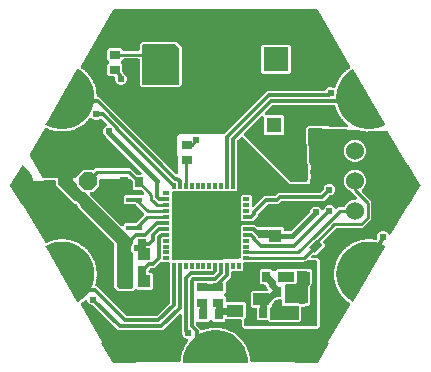
<source format=gbr>
G04 EAGLE Gerber RS-274X export*
G75*
%MOMM*%
%FSLAX34Y34*%
%LPD*%
%INBottom Copper*%
%IPPOS*%
%AMOC8*
5,1,8,0,0,1.08239X$1,22.5*%
G01*
%ADD10R,0.700000X0.900000*%
%ADD11R,1.100000X1.000000*%
%ADD12R,0.900000X0.700000*%
%ADD13R,1.399997X0.400000*%
%ADD14R,1.000000X1.100000*%
%ADD15C,1.000000*%
%ADD16R,1.400000X1.000000*%
%ADD17R,0.550000X0.297181*%
%ADD18R,0.297181X0.550000*%
%ADD19R,5.600000X5.600000*%
%ADD20P,1.649562X8X22.500000*%
%ADD21C,1.524000*%
%ADD22R,1.600000X0.800000*%
%ADD23R,1.308000X1.308000*%
%ADD24C,1.308000*%
%ADD25C,2.100000*%
%ADD26R,2.100000X2.100000*%
%ADD27C,0.750000*%
%ADD28C,0.604800*%
%ADD29C,0.304800*%
%ADD30C,0.406400*%
%ADD31C,0.609600*%
%ADD32C,0.254000*%

G36*
X-32482Y159528D02*
X-32482Y159528D01*
X-32320Y159544D01*
X-32318Y159544D01*
X-32315Y159545D01*
X-32169Y159598D01*
X-32021Y159651D01*
X-32019Y159653D01*
X-32016Y159653D01*
X-31886Y159743D01*
X-31758Y159830D01*
X-31756Y159832D01*
X-31754Y159833D01*
X-31651Y159951D01*
X-31547Y160068D01*
X-31546Y160070D01*
X-31544Y160072D01*
X-31473Y160213D01*
X-31403Y160351D01*
X-31402Y160354D01*
X-31401Y160356D01*
X-31367Y160511D01*
X-31333Y160662D01*
X-31333Y160664D01*
X-31333Y160667D01*
X-31328Y160828D01*
X-32321Y188639D01*
X-32334Y188714D01*
X-32336Y188791D01*
X-32359Y188871D01*
X-32372Y188953D01*
X-32386Y188983D01*
X-32386Y190421D01*
X-32387Y190434D01*
X-32387Y190466D01*
X-32433Y191768D01*
X-31512Y192689D01*
X-31504Y192700D01*
X-31481Y192722D01*
X-30592Y193676D01*
X-29289Y193676D01*
X-29276Y193677D01*
X-29244Y193677D01*
X-27806Y193728D01*
X-27772Y193714D01*
X-27696Y193705D01*
X-27622Y193686D01*
X-27461Y193676D01*
X7167Y193676D01*
X7265Y193688D01*
X7364Y193691D01*
X7422Y193708D01*
X7482Y193716D01*
X7574Y193752D01*
X7670Y193780D01*
X7722Y193810D01*
X7778Y193833D01*
X7858Y193891D01*
X7943Y193941D01*
X8019Y194007D01*
X8035Y194019D01*
X8043Y194029D01*
X8064Y194047D01*
X43760Y229743D01*
X92072Y229743D01*
X92102Y229746D01*
X92131Y229744D01*
X92259Y229766D01*
X92388Y229783D01*
X92415Y229793D01*
X92444Y229799D01*
X92563Y229852D01*
X92683Y229900D01*
X92707Y229917D01*
X92734Y229929D01*
X92836Y230010D01*
X92941Y230086D01*
X92960Y230109D01*
X92983Y230128D01*
X93061Y230231D01*
X93144Y230331D01*
X93156Y230358D01*
X93174Y230382D01*
X93245Y230526D01*
X93278Y230605D01*
X94664Y231992D01*
X96476Y232743D01*
X98437Y232743D01*
X99850Y232158D01*
X99976Y232123D01*
X100100Y232083D01*
X100129Y232081D01*
X100156Y232074D01*
X100287Y232072D01*
X100417Y232064D01*
X100446Y232069D01*
X100474Y232069D01*
X100602Y232099D01*
X100730Y232124D01*
X100756Y232136D01*
X100784Y232143D01*
X100899Y232204D01*
X101017Y232260D01*
X101039Y232278D01*
X101065Y232292D01*
X101161Y232379D01*
X101262Y232463D01*
X101279Y232486D01*
X101300Y232506D01*
X101372Y232615D01*
X101449Y232720D01*
X101466Y232758D01*
X101475Y232771D01*
X101482Y232792D01*
X101517Y232866D01*
X101748Y233454D01*
X101751Y233468D01*
X101758Y233481D01*
X101804Y233636D01*
X101974Y234381D01*
X102030Y234427D01*
X102033Y234430D01*
X102036Y234433D01*
X102125Y234556D01*
X102219Y234683D01*
X102220Y234687D01*
X102223Y234690D01*
X102291Y234836D01*
X102883Y236343D01*
X102884Y236347D01*
X102886Y236351D01*
X102894Y236383D01*
X102908Y236413D01*
X102930Y236530D01*
X102961Y236651D01*
X102961Y236656D01*
X102962Y236660D01*
X102962Y236695D01*
X102968Y236726D01*
X102961Y236840D01*
X102960Y236892D01*
X103343Y237554D01*
X103349Y237568D01*
X103357Y237579D01*
X103426Y237725D01*
X103705Y238437D01*
X103767Y238474D01*
X103770Y238477D01*
X103774Y238479D01*
X103880Y238587D01*
X103992Y238699D01*
X103994Y238703D01*
X103997Y238706D01*
X104086Y238840D01*
X104896Y240242D01*
X104898Y240245D01*
X104900Y240249D01*
X104960Y240393D01*
X105019Y240535D01*
X105020Y240539D01*
X105022Y240543D01*
X105043Y240692D01*
X105055Y240772D01*
X105532Y241371D01*
X105539Y241383D01*
X105550Y241393D01*
X105639Y241527D01*
X106021Y242189D01*
X106088Y242217D01*
X106092Y242219D01*
X106096Y242221D01*
X106220Y242314D01*
X106344Y242406D01*
X106346Y242409D01*
X106350Y242412D01*
X106458Y242531D01*
X107468Y243797D01*
X107470Y243800D01*
X107473Y243803D01*
X107553Y243936D01*
X107634Y244068D01*
X107635Y244072D01*
X107637Y244076D01*
X107681Y244223D01*
X107704Y244298D01*
X108265Y244818D01*
X108274Y244829D01*
X108286Y244838D01*
X108394Y244957D01*
X108871Y245555D01*
X108941Y245572D01*
X108945Y245574D01*
X108949Y245575D01*
X109085Y245648D01*
X109222Y245721D01*
X109225Y245724D01*
X109229Y245726D01*
X109354Y245828D01*
X109577Y246035D01*
X110541Y246928D01*
X110543Y246931D01*
X110547Y246934D01*
X110645Y247053D01*
X110745Y247172D01*
X110747Y247176D01*
X110749Y247179D01*
X110815Y247318D01*
X110849Y247389D01*
X111481Y247820D01*
X111492Y247829D01*
X111505Y247836D01*
X111630Y247938D01*
X112190Y248458D01*
X112262Y248464D01*
X112266Y248465D01*
X112270Y248466D01*
X112418Y248519D01*
X112562Y248570D01*
X112566Y248572D01*
X112569Y248574D01*
X112708Y248656D01*
X113588Y249255D01*
X113642Y249303D01*
X113702Y249343D01*
X113761Y249408D01*
X113826Y249466D01*
X113867Y249525D01*
X113915Y249579D01*
X113956Y249656D01*
X114005Y249729D01*
X114029Y249797D01*
X114062Y249860D01*
X114083Y249946D01*
X114112Y250028D01*
X114119Y250100D01*
X114135Y250170D01*
X114134Y250258D01*
X114142Y250345D01*
X114131Y250416D01*
X114129Y250488D01*
X114106Y250572D01*
X114092Y250659D01*
X114063Y250725D01*
X114044Y250794D01*
X113972Y250939D01*
X86531Y298471D01*
X86467Y298555D01*
X86410Y298644D01*
X86371Y298681D01*
X86338Y298724D01*
X86256Y298790D01*
X86179Y298862D01*
X86131Y298888D01*
X86089Y298922D01*
X85993Y298965D01*
X85900Y299016D01*
X85848Y299029D01*
X85799Y299051D01*
X85694Y299069D01*
X85592Y299095D01*
X85507Y299100D01*
X85485Y299104D01*
X85470Y299103D01*
X85431Y299105D01*
X-85431Y299105D01*
X-85536Y299092D01*
X-85642Y299088D01*
X-85694Y299072D01*
X-85747Y299065D01*
X-85845Y299027D01*
X-85946Y298996D01*
X-85993Y298968D01*
X-86043Y298948D01*
X-86128Y298886D01*
X-86219Y298832D01*
X-86256Y298793D01*
X-86300Y298762D01*
X-86367Y298680D01*
X-86441Y298605D01*
X-86489Y298533D01*
X-86503Y298517D01*
X-86509Y298503D01*
X-86531Y298471D01*
X-113972Y250939D01*
X-114000Y250872D01*
X-114037Y250810D01*
X-114062Y250726D01*
X-114096Y250645D01*
X-114106Y250574D01*
X-114126Y250505D01*
X-114129Y250418D01*
X-114142Y250331D01*
X-114135Y250259D01*
X-114137Y250187D01*
X-114118Y250102D01*
X-114109Y250015D01*
X-114084Y249947D01*
X-114068Y249877D01*
X-114029Y249799D01*
X-113998Y249716D01*
X-113957Y249657D01*
X-113925Y249593D01*
X-113867Y249527D01*
X-113817Y249455D01*
X-113762Y249408D01*
X-113715Y249354D01*
X-113588Y249255D01*
X-112708Y248656D01*
X-112704Y248654D01*
X-112701Y248651D01*
X-112561Y248581D01*
X-112425Y248511D01*
X-112421Y248510D01*
X-112417Y248508D01*
X-112262Y248474D01*
X-112191Y248458D01*
X-111630Y247938D01*
X-111618Y247930D01*
X-111608Y247919D01*
X-111481Y247820D01*
X-110849Y247389D01*
X-110827Y247320D01*
X-110825Y247317D01*
X-110823Y247313D01*
X-110740Y247183D01*
X-110657Y247051D01*
X-110654Y247049D01*
X-110652Y247045D01*
X-110541Y246928D01*
X-109354Y245828D01*
X-109350Y245825D01*
X-109348Y245822D01*
X-109219Y245731D01*
X-109095Y245642D01*
X-109091Y245641D01*
X-109088Y245638D01*
X-108945Y245584D01*
X-108871Y245555D01*
X-108394Y244957D01*
X-108383Y244947D01*
X-108376Y244935D01*
X-108265Y244818D01*
X-107704Y244298D01*
X-107692Y244227D01*
X-107691Y244223D01*
X-107690Y244219D01*
X-107627Y244079D01*
X-107564Y243936D01*
X-107562Y243932D01*
X-107560Y243929D01*
X-107468Y243797D01*
X-106458Y242531D01*
X-106455Y242528D01*
X-106453Y242525D01*
X-106340Y242417D01*
X-106230Y242309D01*
X-106226Y242307D01*
X-106223Y242304D01*
X-106088Y242228D01*
X-106022Y242190D01*
X-105639Y241527D01*
X-105630Y241516D01*
X-105624Y241502D01*
X-105532Y241371D01*
X-105055Y240773D01*
X-105054Y240700D01*
X-105053Y240696D01*
X-105053Y240692D01*
X-105011Y240542D01*
X-104971Y240393D01*
X-104969Y240390D01*
X-104968Y240386D01*
X-104896Y240242D01*
X-104086Y238840D01*
X-104084Y238836D01*
X-104082Y238833D01*
X-103989Y238711D01*
X-103894Y238587D01*
X-103890Y238584D01*
X-103888Y238581D01*
X-103766Y238486D01*
X-103705Y238437D01*
X-103426Y237725D01*
X-103419Y237712D01*
X-103415Y237698D01*
X-103343Y237554D01*
X-102965Y236900D01*
X-102968Y236887D01*
X-102966Y236856D01*
X-102971Y236820D01*
X-102970Y236816D01*
X-102971Y236812D01*
X-102955Y236685D01*
X-102948Y236569D01*
X-102938Y236539D01*
X-102934Y236504D01*
X-102933Y236501D01*
X-102932Y236497D01*
X-102883Y236343D01*
X-102291Y234836D01*
X-102289Y234833D01*
X-102288Y234829D01*
X-102214Y234695D01*
X-102138Y234557D01*
X-102135Y234554D01*
X-102133Y234551D01*
X-102027Y234438D01*
X-101974Y234382D01*
X-101804Y233636D01*
X-101799Y233622D01*
X-101797Y233608D01*
X-101748Y233454D01*
X-101468Y232743D01*
X-101489Y232673D01*
X-101489Y232669D01*
X-101490Y232665D01*
X-101494Y232510D01*
X-101500Y232355D01*
X-101499Y232351D01*
X-101499Y232347D01*
X-101473Y232188D01*
X-101112Y230610D01*
X-101111Y230606D01*
X-101110Y230602D01*
X-101056Y230457D01*
X-101003Y230311D01*
X-101001Y230308D01*
X-100999Y230304D01*
X-100911Y230177D01*
X-100867Y230113D01*
X-100810Y229350D01*
X-100807Y229336D01*
X-100807Y229321D01*
X-100781Y229163D01*
X-100611Y228417D01*
X-100642Y228352D01*
X-100642Y228347D01*
X-100644Y228344D01*
X-100671Y228191D01*
X-100700Y228039D01*
X-100699Y228035D01*
X-100700Y228031D01*
X-100698Y227870D01*
X-100577Y226255D01*
X-100576Y226251D01*
X-100576Y226247D01*
X-100544Y226094D01*
X-100513Y225943D01*
X-100512Y225940D01*
X-100511Y225936D01*
X-100443Y225798D01*
X-100375Y225657D01*
X-100372Y225654D01*
X-100370Y225650D01*
X-100273Y225522D01*
X-100230Y225472D01*
X-100178Y225391D01*
X-100099Y225262D01*
X-100094Y225257D01*
X-100090Y225251D01*
X-99978Y225146D01*
X-99870Y225041D01*
X-99863Y225038D01*
X-99858Y225033D01*
X-99725Y224960D01*
X-99593Y224885D01*
X-99586Y224883D01*
X-99580Y224879D01*
X-99434Y224842D01*
X-99286Y224802D01*
X-99279Y224802D01*
X-99272Y224800D01*
X-99111Y224790D01*
X-98399Y224790D01*
X-33494Y159885D01*
X-33492Y159883D01*
X-33490Y159881D01*
X-33367Y159787D01*
X-33243Y159690D01*
X-33240Y159689D01*
X-33238Y159687D01*
X-33097Y159627D01*
X-32951Y159564D01*
X-32948Y159563D01*
X-32946Y159562D01*
X-32793Y159539D01*
X-32637Y159514D01*
X-32634Y159514D01*
X-32632Y159514D01*
X-32482Y159528D01*
G37*
G36*
X86676Y-624D02*
X86676Y-624D01*
X86754Y-615D01*
X86773Y-604D01*
X86795Y-600D01*
X86859Y-556D01*
X86927Y-517D01*
X86943Y-498D01*
X86959Y-487D01*
X86983Y-449D01*
X87033Y-389D01*
X96533Y16111D01*
X96542Y16138D01*
X96558Y16162D01*
X96573Y16232D01*
X96596Y16300D01*
X96593Y16328D01*
X96599Y16356D01*
X96586Y16427D01*
X96580Y16498D01*
X96567Y16523D01*
X96561Y16551D01*
X96521Y16611D01*
X96488Y16674D01*
X96466Y16692D01*
X96450Y16716D01*
X96367Y16774D01*
X96335Y16801D01*
X96324Y16804D01*
X96314Y16811D01*
X95686Y17108D01*
X113972Y48781D01*
X114000Y48848D01*
X114037Y48910D01*
X114062Y48994D01*
X114096Y49075D01*
X114106Y49146D01*
X114126Y49215D01*
X114129Y49302D01*
X114142Y49389D01*
X114135Y49461D01*
X114137Y49533D01*
X114118Y49618D01*
X114109Y49705D01*
X114084Y49773D01*
X114068Y49843D01*
X114029Y49921D01*
X113998Y50004D01*
X113957Y50063D01*
X113925Y50127D01*
X113867Y50193D01*
X113817Y50265D01*
X113762Y50312D01*
X113715Y50366D01*
X113588Y50465D01*
X112708Y51064D01*
X112704Y51066D01*
X112701Y51069D01*
X112561Y51139D01*
X112425Y51209D01*
X112421Y51210D01*
X112417Y51212D01*
X112262Y51246D01*
X112191Y51262D01*
X111630Y51782D01*
X111618Y51790D01*
X111608Y51801D01*
X111481Y51900D01*
X110849Y52331D01*
X110827Y52400D01*
X110825Y52403D01*
X110823Y52407D01*
X110740Y52537D01*
X110657Y52669D01*
X110654Y52671D01*
X110652Y52675D01*
X110541Y52792D01*
X109354Y53892D01*
X109350Y53895D01*
X109348Y53898D01*
X109220Y53988D01*
X109095Y54078D01*
X109091Y54079D01*
X109088Y54082D01*
X108945Y54136D01*
X108871Y54165D01*
X108394Y54763D01*
X108383Y54773D01*
X108376Y54785D01*
X108265Y54902D01*
X107704Y55422D01*
X107692Y55493D01*
X107691Y55497D01*
X107690Y55501D01*
X107628Y55640D01*
X107564Y55784D01*
X107562Y55788D01*
X107560Y55791D01*
X107468Y55923D01*
X106458Y57189D01*
X106455Y57192D01*
X106453Y57195D01*
X106341Y57303D01*
X106230Y57411D01*
X106226Y57413D01*
X106223Y57416D01*
X106090Y57491D01*
X106022Y57530D01*
X105639Y58193D01*
X105630Y58204D01*
X105624Y58218D01*
X105532Y58349D01*
X105055Y58947D01*
X105054Y59020D01*
X105053Y59024D01*
X105053Y59028D01*
X105012Y59176D01*
X104971Y59327D01*
X104969Y59330D01*
X104968Y59334D01*
X104896Y59478D01*
X104086Y60880D01*
X104084Y60884D01*
X104082Y60887D01*
X103989Y61009D01*
X103894Y61133D01*
X103890Y61136D01*
X103888Y61139D01*
X103766Y61234D01*
X103705Y61283D01*
X103426Y61995D01*
X103419Y62008D01*
X103415Y62022D01*
X103392Y62067D01*
X103389Y62078D01*
X103380Y62092D01*
X103343Y62166D01*
X102961Y62828D01*
X102971Y62900D01*
X102970Y62904D01*
X102971Y62908D01*
X102952Y63061D01*
X102934Y63216D01*
X102933Y63219D01*
X102932Y63223D01*
X102883Y63377D01*
X102291Y64884D01*
X102289Y64887D01*
X102288Y64891D01*
X102214Y65025D01*
X102138Y65163D01*
X102135Y65166D01*
X102133Y65169D01*
X102027Y65282D01*
X101974Y65338D01*
X101804Y66084D01*
X101799Y66098D01*
X101797Y66112D01*
X101748Y66266D01*
X101468Y66977D01*
X101489Y67047D01*
X101489Y67051D01*
X101490Y67055D01*
X101494Y67207D01*
X101500Y67365D01*
X101499Y67369D01*
X101499Y67373D01*
X101473Y67532D01*
X101112Y69110D01*
X101111Y69114D01*
X101110Y69118D01*
X101056Y69263D01*
X101003Y69409D01*
X101001Y69412D01*
X100999Y69416D01*
X100911Y69543D01*
X100867Y69607D01*
X100810Y70370D01*
X100807Y70384D01*
X100807Y70399D01*
X100781Y70557D01*
X100611Y71303D01*
X100642Y71369D01*
X100642Y71373D01*
X100644Y71376D01*
X100671Y71528D01*
X100700Y71681D01*
X100699Y71685D01*
X100700Y71689D01*
X100698Y71850D01*
X100577Y73465D01*
X100576Y73469D01*
X100576Y73473D01*
X100544Y73627D01*
X100513Y73777D01*
X100512Y73780D01*
X100511Y73784D01*
X100442Y73924D01*
X100408Y73993D01*
X100465Y74756D01*
X100465Y74770D01*
X100467Y74784D01*
X100465Y74945D01*
X100408Y75708D01*
X100448Y75768D01*
X100449Y75772D01*
X100452Y75776D01*
X100502Y75924D01*
X100552Y76069D01*
X100552Y76073D01*
X100554Y76077D01*
X100576Y76236D01*
X100696Y77851D01*
X100696Y77855D01*
X100697Y77859D01*
X100688Y78014D01*
X100680Y78169D01*
X100679Y78172D01*
X100679Y78177D01*
X100633Y78320D01*
X100609Y78398D01*
X100779Y79144D01*
X100780Y79158D01*
X100785Y79172D01*
X100807Y79332D01*
X100864Y80094D01*
X100912Y80148D01*
X100914Y80151D01*
X100917Y80154D01*
X100988Y80291D01*
X101060Y80429D01*
X101061Y80433D01*
X101063Y80437D01*
X101109Y80591D01*
X101468Y82170D01*
X101469Y82174D01*
X101470Y82178D01*
X101484Y82332D01*
X101500Y82487D01*
X101499Y82491D01*
X101499Y82495D01*
X101475Y82646D01*
X101463Y82724D01*
X101742Y83436D01*
X101746Y83450D01*
X101753Y83463D01*
X101798Y83618D01*
X101968Y84363D01*
X102024Y84409D01*
X102027Y84412D01*
X102030Y84415D01*
X102119Y84539D01*
X102212Y84665D01*
X102214Y84669D01*
X102216Y84673D01*
X102284Y84819D01*
X102875Y86326D01*
X102876Y86330D01*
X102878Y86334D01*
X102916Y86484D01*
X102954Y86634D01*
X102954Y86638D01*
X102954Y86642D01*
X102953Y86795D01*
X102953Y86874D01*
X103335Y87537D01*
X103341Y87551D01*
X103349Y87562D01*
X103417Y87708D01*
X103696Y88420D01*
X103759Y88457D01*
X103762Y88460D01*
X103765Y88462D01*
X103812Y88510D01*
X103849Y88537D01*
X103904Y88603D01*
X103983Y88683D01*
X103985Y88686D01*
X103988Y88689D01*
X104040Y88767D01*
X104052Y88782D01*
X104057Y88794D01*
X104077Y88823D01*
X104886Y90226D01*
X104888Y90229D01*
X104890Y90233D01*
X104950Y90377D01*
X105009Y90519D01*
X105010Y90523D01*
X105012Y90527D01*
X105033Y90681D01*
X105044Y90757D01*
X105521Y91355D01*
X105529Y91367D01*
X105539Y91378D01*
X105628Y91512D01*
X106010Y92174D01*
X106077Y92201D01*
X106081Y92204D01*
X106084Y92205D01*
X106209Y92299D01*
X106333Y92391D01*
X106335Y92394D01*
X106338Y92397D01*
X106447Y92516D01*
X107456Y93782D01*
X107458Y93786D01*
X107461Y93789D01*
X107491Y93839D01*
X107507Y93859D01*
X107524Y93894D01*
X107540Y93920D01*
X107621Y94054D01*
X107622Y94058D01*
X107625Y94061D01*
X107667Y94205D01*
X107691Y94284D01*
X108252Y94804D01*
X108261Y94815D01*
X108273Y94824D01*
X108381Y94943D01*
X108857Y95541D01*
X108928Y95558D01*
X108932Y95560D01*
X108936Y95561D01*
X109072Y95635D01*
X109209Y95708D01*
X109212Y95711D01*
X109215Y95712D01*
X109340Y95814D01*
X110527Y96916D01*
X110529Y96919D01*
X110533Y96922D01*
X110630Y97039D01*
X110731Y97160D01*
X110733Y97164D01*
X110735Y97167D01*
X110800Y97306D01*
X110834Y97377D01*
X111466Y97808D01*
X111477Y97817D01*
X111490Y97824D01*
X111615Y97926D01*
X112175Y98446D01*
X112247Y98453D01*
X112251Y98454D01*
X112255Y98455D01*
X112401Y98507D01*
X112547Y98559D01*
X112550Y98561D01*
X112554Y98562D01*
X112693Y98645D01*
X114030Y99557D01*
X114033Y99560D01*
X114037Y99562D01*
X114153Y99665D01*
X114268Y99768D01*
X114271Y99771D01*
X114274Y99774D01*
X114359Y99902D01*
X114403Y99967D01*
X115092Y100299D01*
X115105Y100307D01*
X115118Y100312D01*
X115257Y100394D01*
X115888Y100825D01*
X115961Y100820D01*
X115965Y100821D01*
X115969Y100821D01*
X116121Y100851D01*
X116273Y100880D01*
X116277Y100882D01*
X116281Y100883D01*
X116430Y100944D01*
X117888Y101646D01*
X117892Y101649D01*
X117896Y101650D01*
X118026Y101736D01*
X118155Y101819D01*
X118158Y101822D01*
X118162Y101825D01*
X118265Y101938D01*
X118318Y101996D01*
X119049Y102222D01*
X119062Y102228D01*
X119077Y102231D01*
X119226Y102291D01*
X119915Y102623D01*
X119986Y102608D01*
X119990Y102608D01*
X119994Y102607D01*
X120150Y102615D01*
X120303Y102621D01*
X120307Y102622D01*
X120311Y102622D01*
X120468Y102660D01*
X122015Y103138D01*
X122019Y103139D01*
X122023Y103140D01*
X122162Y103204D01*
X122305Y103269D01*
X122308Y103271D01*
X122312Y103273D01*
X122431Y103370D01*
X122492Y103419D01*
X123248Y103533D01*
X123262Y103537D01*
X123277Y103538D01*
X123433Y103576D01*
X124164Y103801D01*
X124232Y103776D01*
X124236Y103775D01*
X124240Y103774D01*
X124396Y103758D01*
X124548Y103741D01*
X124552Y103742D01*
X124556Y103741D01*
X124717Y103755D01*
X126317Y103997D01*
X126321Y103998D01*
X126326Y103998D01*
X126474Y104041D01*
X126624Y104083D01*
X126627Y104086D01*
X126631Y104087D01*
X126764Y104165D01*
X126831Y104204D01*
X127596Y104204D01*
X127611Y104206D01*
X127625Y104205D01*
X127786Y104219D01*
X128541Y104333D01*
X128605Y104298D01*
X128609Y104296D01*
X128612Y104294D01*
X128763Y104256D01*
X128912Y104216D01*
X128916Y104216D01*
X128920Y104215D01*
X129081Y104205D01*
X130700Y104205D01*
X130704Y104206D01*
X130708Y104205D01*
X130861Y104226D01*
X131016Y104245D01*
X131020Y104247D01*
X131024Y104247D01*
X131168Y104306D01*
X131239Y104334D01*
X131996Y104220D01*
X132010Y104220D01*
X132024Y104216D01*
X132185Y104206D01*
X132949Y104206D01*
X133007Y104162D01*
X133011Y104160D01*
X133014Y104158D01*
X133154Y104098D01*
X133299Y104035D01*
X133303Y104035D01*
X133306Y104033D01*
X133464Y103999D01*
X135065Y103758D01*
X135069Y103758D01*
X135073Y103757D01*
X135229Y103755D01*
X135383Y103751D01*
X135387Y103752D01*
X135391Y103752D01*
X135542Y103788D01*
X135677Y103819D01*
X135747Y103807D01*
X135827Y103813D01*
X135907Y103809D01*
X135985Y103825D01*
X136064Y103831D01*
X136140Y103857D01*
X136218Y103873D01*
X136290Y103908D01*
X136365Y103934D01*
X136432Y103978D01*
X136504Y104013D01*
X136565Y104065D01*
X136631Y104109D01*
X136685Y104168D01*
X136746Y104219D01*
X136792Y104285D01*
X136846Y104344D01*
X136883Y104414D01*
X136929Y104480D01*
X136957Y104554D01*
X136995Y104624D01*
X137013Y104702D01*
X137042Y104777D01*
X137051Y104856D01*
X137069Y104934D01*
X137068Y105014D01*
X137077Y105093D01*
X137066Y105172D01*
X137065Y105252D01*
X137044Y105329D01*
X137032Y105408D01*
X136986Y105542D01*
X136986Y107507D01*
X137737Y109319D01*
X139124Y110705D01*
X140936Y111456D01*
X142897Y111456D01*
X144709Y110705D01*
X146095Y109319D01*
X146292Y108845D01*
X146319Y108796D01*
X146339Y108743D01*
X146398Y108659D01*
X146449Y108569D01*
X146488Y108528D01*
X146520Y108482D01*
X146599Y108415D01*
X146670Y108341D01*
X146718Y108311D01*
X146761Y108274D01*
X146854Y108228D01*
X146941Y108174D01*
X146995Y108158D01*
X147046Y108133D01*
X147147Y108111D01*
X147245Y108081D01*
X147302Y108078D01*
X147357Y108066D01*
X147460Y108070D01*
X147563Y108066D01*
X147618Y108077D01*
X147675Y108079D01*
X147774Y108109D01*
X147875Y108130D01*
X147925Y108155D01*
X147979Y108171D01*
X148067Y108224D01*
X148160Y108270D01*
X148203Y108306D01*
X148251Y108335D01*
X148324Y108409D01*
X148402Y108476D01*
X148435Y108522D01*
X148474Y108562D01*
X148563Y108696D01*
X162808Y133369D01*
X163416Y132949D01*
X163443Y132938D01*
X163465Y132919D01*
X163534Y132899D01*
X163599Y132871D01*
X163628Y132871D01*
X163656Y132863D01*
X163727Y132871D01*
X163798Y132871D01*
X163825Y132882D01*
X163854Y132885D01*
X163916Y132920D01*
X163981Y132948D01*
X164002Y132968D01*
X164027Y132983D01*
X164090Y133060D01*
X164120Y133090D01*
X164124Y133100D01*
X164133Y133111D01*
X173633Y149611D01*
X173643Y149643D01*
X173652Y149656D01*
X173656Y149680D01*
X173657Y149684D01*
X173688Y149754D01*
X173688Y149778D01*
X173696Y149800D01*
X173690Y149876D01*
X173691Y149953D01*
X173681Y149977D01*
X173680Y149998D01*
X173659Y150037D01*
X173633Y150109D01*
X164133Y166609D01*
X164114Y166631D01*
X164101Y166657D01*
X164048Y166705D01*
X164001Y166758D01*
X163975Y166771D01*
X163954Y166790D01*
X163886Y166813D01*
X163822Y166844D01*
X163793Y166846D01*
X163766Y166855D01*
X163694Y166850D01*
X163623Y166853D01*
X163596Y166843D01*
X163567Y166841D01*
X163477Y166799D01*
X163437Y166784D01*
X163429Y166777D01*
X163416Y166771D01*
X162808Y166351D01*
X146279Y194981D01*
X146231Y195044D01*
X146191Y195113D01*
X146135Y195170D01*
X146086Y195234D01*
X146024Y195284D01*
X145969Y195340D01*
X145900Y195382D01*
X145837Y195432D01*
X145765Y195464D01*
X145697Y195505D01*
X145620Y195529D01*
X145547Y195561D01*
X145468Y195575D01*
X145392Y195598D01*
X145234Y195614D01*
X145233Y195614D01*
X145232Y195614D01*
X136121Y195994D01*
X135986Y195983D01*
X135851Y195976D01*
X135818Y195969D01*
X135804Y195967D01*
X135784Y195960D01*
X135695Y195939D01*
X135617Y195915D01*
X135550Y195941D01*
X135546Y195941D01*
X135542Y195943D01*
X135387Y195959D01*
X135234Y195976D01*
X135230Y195975D01*
X135225Y195975D01*
X135065Y195962D01*
X133464Y195721D01*
X133460Y195720D01*
X133456Y195720D01*
X133307Y195676D01*
X133158Y195634D01*
X133154Y195632D01*
X133150Y195631D01*
X133014Y195551D01*
X132950Y195514D01*
X132185Y195514D01*
X132171Y195512D01*
X132156Y195514D01*
X131996Y195500D01*
X131240Y195386D01*
X131176Y195422D01*
X131172Y195423D01*
X131169Y195425D01*
X131017Y195464D01*
X130869Y195503D01*
X130865Y195503D01*
X130861Y195504D01*
X130700Y195515D01*
X129081Y195515D01*
X129077Y195515D01*
X129073Y195515D01*
X128919Y195495D01*
X128765Y195475D01*
X128762Y195474D01*
X128758Y195473D01*
X128612Y195415D01*
X128542Y195387D01*
X127786Y195501D01*
X127771Y195502D01*
X127757Y195505D01*
X127596Y195516D01*
X126832Y195516D01*
X126775Y195560D01*
X126771Y195562D01*
X126767Y195564D01*
X126627Y195624D01*
X126483Y195687D01*
X126479Y195687D01*
X126475Y195689D01*
X126317Y195723D01*
X124717Y195965D01*
X124712Y195965D01*
X124708Y195966D01*
X124553Y195969D01*
X124399Y195973D01*
X124395Y195972D01*
X124390Y195972D01*
X124240Y195936D01*
X124165Y195919D01*
X123433Y196144D01*
X123419Y196147D01*
X123406Y196153D01*
X123248Y196187D01*
X122482Y196302D01*
X122475Y196309D01*
X122468Y196314D01*
X122462Y196320D01*
X122334Y196397D01*
X122205Y196478D01*
X122197Y196480D01*
X122190Y196485D01*
X122047Y196528D01*
X121902Y196574D01*
X121894Y196575D01*
X121886Y196577D01*
X121726Y196594D01*
X80057Y198330D01*
X80054Y198330D01*
X80051Y198330D01*
X79895Y198316D01*
X79740Y198303D01*
X79737Y198302D01*
X79734Y198302D01*
X79589Y198251D01*
X79440Y198199D01*
X79437Y198197D01*
X79434Y198196D01*
X79306Y198110D01*
X79175Y198023D01*
X79173Y198020D01*
X79170Y198018D01*
X79066Y197901D01*
X78962Y197786D01*
X78961Y197784D01*
X78958Y197781D01*
X78887Y197644D01*
X78815Y197505D01*
X78814Y197501D01*
X78812Y197498D01*
X78778Y197348D01*
X78742Y197195D01*
X78742Y197192D01*
X78741Y197189D01*
X78736Y197028D01*
X79485Y169278D01*
X79498Y169197D01*
X79500Y169115D01*
X79522Y169040D01*
X79534Y168964D01*
X79566Y168888D01*
X79589Y168810D01*
X79628Y168743D01*
X79659Y168671D01*
X79709Y168606D01*
X79750Y168536D01*
X79849Y168424D01*
X79853Y168419D01*
X79854Y168418D01*
X79857Y168415D01*
X80379Y167892D01*
X81130Y166081D01*
X81130Y164119D01*
X80379Y162308D01*
X80259Y162188D01*
X80186Y162093D01*
X80107Y162004D01*
X80089Y161968D01*
X80064Y161936D01*
X80017Y161827D01*
X79963Y161721D01*
X79954Y161682D01*
X79938Y161644D01*
X79919Y161527D01*
X79893Y161411D01*
X79894Y161370D01*
X79888Y161330D01*
X79899Y161212D01*
X79903Y161093D01*
X79914Y161054D01*
X79918Y161014D01*
X79958Y160902D01*
X79991Y160787D01*
X80012Y160753D01*
X80025Y160714D01*
X80092Y160616D01*
X80153Y160513D01*
X80193Y160468D01*
X80204Y160451D01*
X80219Y160438D01*
X80259Y160393D01*
X80379Y160272D01*
X81130Y158461D01*
X81130Y156499D01*
X80379Y154688D01*
X80279Y154587D01*
X80208Y154496D01*
X80131Y154409D01*
X80111Y154370D01*
X80084Y154336D01*
X80038Y154229D01*
X79985Y154126D01*
X79975Y154084D01*
X79958Y154044D01*
X79940Y153930D01*
X79914Y153816D01*
X79911Y153751D01*
X79908Y153730D01*
X79910Y153711D01*
X79908Y153656D01*
X79976Y151129D01*
X62756Y151129D01*
X23201Y190684D01*
X23107Y190757D01*
X23018Y190836D01*
X22982Y190854D01*
X22950Y190879D01*
X22840Y190926D01*
X22735Y190980D01*
X22695Y190989D01*
X22658Y191005D01*
X22540Y191024D01*
X22424Y191050D01*
X22384Y191049D01*
X22344Y191055D01*
X22225Y191044D01*
X22106Y191040D01*
X22067Y191029D01*
X22027Y191025D01*
X21915Y190985D01*
X21801Y190952D01*
X21766Y190931D01*
X21728Y190918D01*
X21629Y190851D01*
X21527Y190790D01*
X21482Y190751D01*
X21465Y190739D01*
X21451Y190724D01*
X21406Y190684D01*
X18774Y188051D01*
X18713Y187973D01*
X18645Y187901D01*
X18616Y187848D01*
X18579Y187800D01*
X18539Y187709D01*
X18492Y187623D01*
X18476Y187564D01*
X18452Y187508D01*
X18437Y187410D01*
X18412Y187315D01*
X18406Y187215D01*
X18402Y187194D01*
X18404Y187182D01*
X18402Y187154D01*
X18402Y147917D01*
X18367Y147854D01*
X18352Y147796D01*
X18328Y147740D01*
X18313Y147642D01*
X18288Y147546D01*
X18281Y147446D01*
X18278Y147426D01*
X18279Y147414D01*
X18278Y147386D01*
X18278Y145831D01*
X17161Y144714D01*
X-35495Y144714D01*
X-35613Y144699D01*
X-35732Y144692D01*
X-35770Y144679D01*
X-35811Y144674D01*
X-35921Y144631D01*
X-36034Y144594D01*
X-36069Y144572D01*
X-36106Y144557D01*
X-36202Y144488D01*
X-36303Y144424D01*
X-36331Y144394D01*
X-36364Y144371D01*
X-36440Y144279D01*
X-36521Y144192D01*
X-36541Y144157D01*
X-36566Y144126D01*
X-36617Y144018D01*
X-36675Y143914D01*
X-36685Y143874D01*
X-36702Y143838D01*
X-36724Y143721D01*
X-36754Y143606D01*
X-36758Y143545D01*
X-36762Y143526D01*
X-36760Y143505D01*
X-36764Y143445D01*
X-36764Y87695D01*
X-36749Y87577D01*
X-36742Y87458D01*
X-36729Y87420D01*
X-36724Y87379D01*
X-36681Y87269D01*
X-36644Y87156D01*
X-36622Y87121D01*
X-36607Y87084D01*
X-36538Y86988D01*
X-36474Y86887D01*
X-36444Y86859D01*
X-36421Y86826D01*
X-36329Y86750D01*
X-36242Y86669D01*
X-36207Y86649D01*
X-36176Y86624D01*
X-36068Y86573D01*
X-35964Y86515D01*
X-35924Y86505D01*
X-35888Y86488D01*
X-35771Y86466D01*
X-35656Y86436D01*
X-35596Y86432D01*
X-35576Y86428D01*
X-35555Y86430D01*
X-35495Y86426D01*
X5209Y86426D01*
X5307Y86438D01*
X5406Y86441D01*
X5464Y86458D01*
X5524Y86466D01*
X5616Y86502D01*
X5712Y86530D01*
X5764Y86560D01*
X5820Y86583D01*
X5900Y86641D01*
X5986Y86691D01*
X6061Y86757D01*
X6077Y86769D01*
X6085Y86779D01*
X6106Y86797D01*
X7575Y88266D01*
X20255Y88266D01*
X20373Y88281D01*
X20492Y88288D01*
X20530Y88301D01*
X20571Y88306D01*
X20681Y88349D01*
X20794Y88386D01*
X20829Y88408D01*
X20866Y88423D01*
X20962Y88492D01*
X21063Y88556D01*
X21091Y88586D01*
X21124Y88609D01*
X21200Y88701D01*
X21281Y88788D01*
X21301Y88823D01*
X21326Y88854D01*
X21377Y88962D01*
X21435Y89066D01*
X21445Y89106D01*
X21462Y89142D01*
X21484Y89259D01*
X21514Y89374D01*
X21518Y89434D01*
X21522Y89454D01*
X21520Y89475D01*
X21524Y89535D01*
X21524Y115344D01*
X22641Y116461D01*
X24196Y116461D01*
X24294Y116473D01*
X24393Y116476D01*
X24451Y116493D01*
X24497Y116499D01*
X27888Y116499D01*
X27908Y116496D01*
X28004Y116471D01*
X28104Y116464D01*
X28124Y116461D01*
X28136Y116462D01*
X28164Y116461D01*
X30099Y116461D01*
X30192Y116455D01*
X30213Y116451D01*
X30225Y116453D01*
X30255Y116451D01*
X33736Y116451D01*
X35340Y114847D01*
X35418Y114787D01*
X35490Y114719D01*
X35543Y114690D01*
X35591Y114653D01*
X35682Y114613D01*
X35769Y114565D01*
X35827Y114550D01*
X35883Y114526D01*
X35981Y114511D01*
X36077Y114486D01*
X36177Y114480D01*
X36197Y114476D01*
X36209Y114478D01*
X36237Y114476D01*
X56589Y114476D01*
X57706Y113359D01*
X57706Y112277D01*
X57721Y112159D01*
X57728Y112040D01*
X57741Y112002D01*
X57746Y111961D01*
X57789Y111851D01*
X57826Y111738D01*
X57848Y111703D01*
X57863Y111666D01*
X57932Y111570D01*
X57996Y111469D01*
X58026Y111441D01*
X58049Y111408D01*
X58141Y111332D01*
X58228Y111251D01*
X58263Y111231D01*
X58294Y111206D01*
X58402Y111155D01*
X58506Y111097D01*
X58546Y111087D01*
X58582Y111070D01*
X58699Y111048D01*
X58814Y111018D01*
X58874Y111014D01*
X58894Y111010D01*
X58915Y111012D01*
X58975Y111008D01*
X63003Y111008D01*
X63101Y111020D01*
X63200Y111023D01*
X63259Y111040D01*
X63319Y111048D01*
X63411Y111084D01*
X63506Y111112D01*
X63558Y111142D01*
X63614Y111165D01*
X63694Y111223D01*
X63780Y111273D01*
X63855Y111339D01*
X63872Y111351D01*
X63880Y111361D01*
X63901Y111379D01*
X79789Y127267D01*
X79849Y127346D01*
X79917Y127418D01*
X79946Y127471D01*
X79983Y127519D01*
X80023Y127610D01*
X80071Y127696D01*
X80086Y127755D01*
X80110Y127810D01*
X80122Y127889D01*
X80911Y129792D01*
X82298Y131179D01*
X84109Y131930D01*
X86071Y131930D01*
X87882Y131179D01*
X89269Y129792D01*
X89413Y129446D01*
X89482Y129325D01*
X89547Y129202D01*
X89560Y129187D01*
X89570Y129169D01*
X89667Y129069D01*
X89761Y128967D01*
X89778Y128955D01*
X89792Y128941D01*
X89910Y128868D01*
X90026Y128792D01*
X90046Y128785D01*
X90063Y128775D01*
X90196Y128734D01*
X90327Y128689D01*
X90347Y128687D01*
X90367Y128681D01*
X90506Y128674D01*
X90644Y128663D01*
X90664Y128667D01*
X90684Y128666D01*
X90821Y128694D01*
X90958Y128718D01*
X90976Y128726D01*
X90996Y128730D01*
X91121Y128791D01*
X91248Y128848D01*
X91263Y128861D01*
X91282Y128870D01*
X91388Y128960D01*
X91496Y129047D01*
X91508Y129063D01*
X91524Y129076D01*
X91604Y129190D01*
X91687Y129301D01*
X91700Y129326D01*
X91707Y129336D01*
X91714Y129355D01*
X91758Y129446D01*
X92402Y131001D01*
X93789Y132388D01*
X95601Y133138D01*
X97562Y133138D01*
X99374Y132388D01*
X100761Y131001D01*
X100880Y130713D01*
X100905Y130670D01*
X100921Y130623D01*
X100983Y130532D01*
X101038Y130437D01*
X101072Y130401D01*
X101100Y130360D01*
X101182Y130287D01*
X101259Y130208D01*
X101301Y130182D01*
X101338Y130150D01*
X101436Y130100D01*
X101530Y130042D01*
X101577Y130028D01*
X101622Y130005D01*
X101729Y129981D01*
X101834Y129949D01*
X101884Y129946D01*
X101932Y129935D01*
X102042Y129939D01*
X102152Y129933D01*
X102200Y129943D01*
X102250Y129945D01*
X102355Y129975D01*
X102463Y129998D01*
X102508Y130020D01*
X102555Y130033D01*
X102650Y130089D01*
X102749Y130137D01*
X102787Y130170D01*
X102829Y130195D01*
X102950Y130301D01*
X104095Y131446D01*
X108267Y131446D01*
X108296Y131449D01*
X108325Y131447D01*
X108454Y131469D01*
X108582Y131486D01*
X108610Y131496D01*
X108639Y131501D01*
X108757Y131555D01*
X108878Y131603D01*
X108902Y131620D01*
X108929Y131632D01*
X109030Y131713D01*
X109135Y131789D01*
X109154Y131812D01*
X109177Y131831D01*
X109255Y131934D01*
X109338Y132034D01*
X109351Y132061D01*
X109368Y132085D01*
X109439Y132229D01*
X110034Y133666D01*
X112714Y136346D01*
X116215Y137796D01*
X118835Y137796D01*
X118973Y137813D01*
X119112Y137826D01*
X119131Y137833D01*
X119151Y137836D01*
X119280Y137887D01*
X119411Y137934D01*
X119428Y137945D01*
X119447Y137953D01*
X119559Y138034D01*
X119674Y138112D01*
X119687Y138128D01*
X119704Y138139D01*
X119793Y138247D01*
X119885Y138351D01*
X119894Y138369D01*
X119907Y138384D01*
X119966Y138510D01*
X120029Y138634D01*
X120034Y138654D01*
X120042Y138672D01*
X120068Y138808D01*
X120099Y138944D01*
X120098Y138965D01*
X120102Y138984D01*
X120093Y139123D01*
X120089Y139262D01*
X120084Y139282D01*
X120082Y139302D01*
X120039Y139434D01*
X120001Y139568D01*
X119990Y139585D01*
X119984Y139604D01*
X119910Y139722D01*
X119839Y139842D01*
X119821Y139863D01*
X119814Y139873D01*
X119799Y139887D01*
X119733Y139962D01*
X115260Y144435D01*
X115253Y144441D01*
X115247Y144448D01*
X115127Y144538D01*
X115009Y144630D01*
X115000Y144634D01*
X114993Y144640D01*
X114848Y144711D01*
X112714Y145594D01*
X110034Y148274D01*
X108584Y151775D01*
X108584Y155565D01*
X110034Y159066D01*
X112714Y161746D01*
X116215Y163196D01*
X120005Y163196D01*
X123506Y161746D01*
X126186Y159066D01*
X127636Y155565D01*
X127636Y151775D01*
X126186Y148274D01*
X124192Y146281D01*
X124119Y146186D01*
X124040Y146097D01*
X124022Y146061D01*
X123997Y146029D01*
X123950Y145920D01*
X123896Y145814D01*
X123887Y145775D01*
X123871Y145737D01*
X123852Y145620D01*
X123826Y145504D01*
X123827Y145463D01*
X123821Y145423D01*
X123832Y145305D01*
X123836Y145186D01*
X123847Y145147D01*
X123851Y145107D01*
X123891Y144995D01*
X123924Y144880D01*
X123945Y144846D01*
X123958Y144807D01*
X124025Y144709D01*
X124086Y144606D01*
X124125Y144561D01*
X124137Y144544D01*
X124152Y144531D01*
X124192Y144486D01*
X132081Y136597D01*
X132081Y121213D01*
X124625Y113757D01*
X102574Y113757D01*
X102476Y113745D01*
X102377Y113742D01*
X102319Y113725D01*
X102259Y113717D01*
X102167Y113681D01*
X102072Y113654D01*
X102020Y113623D01*
X101963Y113600D01*
X101883Y113542D01*
X101798Y113492D01*
X101722Y113426D01*
X101706Y113414D01*
X101698Y113404D01*
X101677Y113386D01*
X91319Y103028D01*
X91246Y102933D01*
X91167Y102844D01*
X91149Y102808D01*
X91124Y102776D01*
X91077Y102667D01*
X91023Y102561D01*
X91014Y102522D01*
X90998Y102485D01*
X90979Y102367D01*
X90953Y102251D01*
X90954Y102210D01*
X90948Y102170D01*
X90959Y102052D01*
X90963Y101933D01*
X90974Y101894D01*
X90978Y101854D01*
X91018Y101742D01*
X91051Y101627D01*
X91072Y101593D01*
X91085Y101555D01*
X91152Y101456D01*
X91213Y101353D01*
X91252Y101308D01*
X91264Y101291D01*
X91279Y101278D01*
X91319Y101233D01*
X92479Y100073D01*
X92479Y98494D01*
X84999Y91014D01*
X83394Y91014D01*
X83347Y91055D01*
X83311Y91074D01*
X83279Y91098D01*
X83170Y91146D01*
X83063Y91200D01*
X83024Y91209D01*
X82987Y91225D01*
X82869Y91244D01*
X82753Y91270D01*
X82713Y91268D01*
X82673Y91275D01*
X82554Y91264D01*
X82435Y91260D01*
X82396Y91249D01*
X82356Y91245D01*
X82244Y91205D01*
X82130Y91172D01*
X82095Y91151D01*
X82057Y91137D01*
X81958Y91071D01*
X81856Y91010D01*
X81811Y90970D01*
X81794Y90959D01*
X81780Y90944D01*
X81735Y90904D01*
X81264Y90432D01*
X81179Y90323D01*
X81090Y90216D01*
X81081Y90197D01*
X81069Y90181D01*
X81013Y90053D01*
X80954Y89928D01*
X80951Y89908D01*
X80943Y89889D01*
X80921Y89751D01*
X80895Y89615D01*
X80896Y89595D01*
X80893Y89575D01*
X80906Y89436D01*
X80914Y89298D01*
X80921Y89279D01*
X80923Y89259D01*
X80970Y89127D01*
X81012Y88996D01*
X81023Y88978D01*
X81030Y88959D01*
X81108Y88844D01*
X81183Y88727D01*
X81197Y88713D01*
X81209Y88696D01*
X81313Y88604D01*
X81414Y88509D01*
X81432Y88499D01*
X81447Y88486D01*
X81571Y88422D01*
X81693Y88355D01*
X81712Y88350D01*
X81730Y88341D01*
X81866Y88311D01*
X82001Y88276D01*
X82029Y88274D01*
X82041Y88271D01*
X82061Y88272D01*
X82161Y88266D01*
X86405Y88266D01*
X88266Y86405D01*
X88266Y54472D01*
X88267Y54462D01*
X88266Y54453D01*
X88287Y54304D01*
X88306Y54156D01*
X88309Y54147D01*
X88310Y54138D01*
X88362Y53986D01*
X88750Y53051D01*
X88750Y51089D01*
X88362Y50154D01*
X88360Y50145D01*
X88355Y50137D01*
X88318Y49991D01*
X88278Y49847D01*
X88278Y49838D01*
X88276Y49829D01*
X88266Y49668D01*
X88266Y30435D01*
X86405Y28574D01*
X24085Y28574D01*
X22224Y30435D01*
X22224Y35665D01*
X22209Y35783D01*
X22202Y35902D01*
X22189Y35940D01*
X22184Y35981D01*
X22141Y36091D01*
X22104Y36204D01*
X22082Y36239D01*
X22067Y36276D01*
X21998Y36372D01*
X21934Y36473D01*
X21904Y36501D01*
X21881Y36534D01*
X21789Y36610D01*
X21702Y36691D01*
X21667Y36711D01*
X21636Y36736D01*
X21528Y36787D01*
X21424Y36845D01*
X21384Y36855D01*
X21348Y36872D01*
X21231Y36894D01*
X21116Y36924D01*
X21056Y36928D01*
X21036Y36932D01*
X21015Y36930D01*
X20955Y36934D01*
X9365Y36934D01*
X9247Y36919D01*
X9128Y36912D01*
X9090Y36899D01*
X9049Y36894D01*
X8939Y36851D01*
X8826Y36814D01*
X8791Y36792D01*
X8754Y36777D01*
X8658Y36708D01*
X8557Y36644D01*
X8529Y36614D01*
X8496Y36591D01*
X8420Y36499D01*
X8339Y36412D01*
X8319Y36377D01*
X8294Y36346D01*
X8243Y36238D01*
X8185Y36134D01*
X8175Y36094D01*
X8158Y36058D01*
X8136Y35941D01*
X8106Y35826D01*
X8102Y35766D01*
X8098Y35746D01*
X8100Y35725D01*
X8096Y35665D01*
X8096Y35351D01*
X6979Y34234D01*
X-1599Y34234D01*
X-2913Y35547D01*
X-3007Y35620D01*
X-3096Y35699D01*
X-3132Y35717D01*
X-3164Y35742D01*
X-3273Y35790D01*
X-3379Y35844D01*
X-3418Y35853D01*
X-3456Y35869D01*
X-3573Y35887D01*
X-3689Y35913D01*
X-3730Y35912D01*
X-3770Y35919D01*
X-3888Y35907D01*
X-4007Y35904D01*
X-4046Y35892D01*
X-4086Y35889D01*
X-4198Y35848D01*
X-4313Y35815D01*
X-4348Y35795D01*
X-4386Y35781D01*
X-4484Y35714D01*
X-4587Y35654D01*
X-4632Y35614D01*
X-4649Y35603D01*
X-4662Y35587D01*
X-4708Y35547D01*
X-6021Y34234D01*
X-14599Y34234D01*
X-14623Y34258D01*
X-14733Y34344D01*
X-14840Y34432D01*
X-14859Y34441D01*
X-14875Y34453D01*
X-15002Y34509D01*
X-15128Y34568D01*
X-15148Y34572D01*
X-15167Y34580D01*
X-15304Y34602D01*
X-15441Y34628D01*
X-15461Y34626D01*
X-15481Y34630D01*
X-15620Y34616D01*
X-15758Y34608D01*
X-15777Y34602D01*
X-15797Y34600D01*
X-15929Y34553D01*
X-16060Y34510D01*
X-16077Y34499D01*
X-16097Y34492D01*
X-16212Y34414D01*
X-16329Y34340D01*
X-16343Y34325D01*
X-16360Y34314D01*
X-16452Y34209D01*
X-16547Y34108D01*
X-16557Y34090D01*
X-16570Y34075D01*
X-16634Y33951D01*
X-16701Y33830D01*
X-16706Y33810D01*
X-16715Y33792D01*
X-16745Y33656D01*
X-16780Y33522D01*
X-16782Y33494D01*
X-16785Y33482D01*
X-16784Y33461D01*
X-16790Y33361D01*
X-16790Y32795D01*
X-16778Y32697D01*
X-16775Y32598D01*
X-16758Y32540D01*
X-16750Y32480D01*
X-16714Y32387D01*
X-16686Y32292D01*
X-16656Y32240D01*
X-16633Y32184D01*
X-16575Y32104D01*
X-16525Y32018D01*
X-16459Y31943D01*
X-16447Y31927D01*
X-16437Y31919D01*
X-16419Y31898D01*
X-12067Y27546D01*
X-12016Y27506D01*
X-11971Y27459D01*
X-11891Y27409D01*
X-11816Y27351D01*
X-11756Y27325D01*
X-11701Y27291D01*
X-11611Y27263D01*
X-11524Y27225D01*
X-11460Y27215D01*
X-11398Y27195D01*
X-11303Y27190D01*
X-11210Y27175D01*
X-11145Y27181D01*
X-11080Y27178D01*
X-10988Y27196D01*
X-10893Y27205D01*
X-10832Y27227D01*
X-10768Y27240D01*
X-10619Y27300D01*
X-9971Y27612D01*
X-9900Y27597D01*
X-9896Y27597D01*
X-9892Y27596D01*
X-9738Y27604D01*
X-9582Y27610D01*
X-9578Y27611D01*
X-9574Y27611D01*
X-9418Y27649D01*
X-7873Y28125D01*
X-7869Y28127D01*
X-7865Y28128D01*
X-7725Y28192D01*
X-7583Y28257D01*
X-7580Y28259D01*
X-7576Y28261D01*
X-7455Y28359D01*
X-7396Y28407D01*
X-6639Y28521D01*
X-6625Y28525D01*
X-6610Y28525D01*
X-6454Y28563D01*
X-5723Y28788D01*
X-5656Y28763D01*
X-5652Y28762D01*
X-5648Y28761D01*
X-5493Y28745D01*
X-5340Y28728D01*
X-5335Y28729D01*
X-5331Y28728D01*
X-5171Y28742D01*
X-3572Y28983D01*
X-3568Y28984D01*
X-3564Y28984D01*
X-3416Y29027D01*
X-3266Y29070D01*
X-3262Y29072D01*
X-3259Y29073D01*
X-3126Y29151D01*
X-3058Y29190D01*
X-2293Y29190D01*
X-2279Y29192D01*
X-2264Y29191D01*
X-2104Y29204D01*
X-1348Y29318D01*
X-1285Y29283D01*
X-1281Y29282D01*
X-1277Y29280D01*
X-1128Y29242D01*
X-977Y29202D01*
X-973Y29201D01*
X-969Y29200D01*
X-808Y29190D01*
X808Y29190D01*
X813Y29191D01*
X817Y29190D01*
X970Y29211D01*
X1124Y29230D01*
X1128Y29232D01*
X1132Y29232D01*
X1276Y29290D01*
X1347Y29318D01*
X2104Y29204D01*
X2118Y29204D01*
X2132Y29200D01*
X2293Y29190D01*
X3058Y29190D01*
X3115Y29146D01*
X3119Y29144D01*
X3122Y29142D01*
X3265Y29081D01*
X3407Y29019D01*
X3411Y29019D01*
X3415Y29017D01*
X3572Y28983D01*
X5171Y28742D01*
X5175Y28742D01*
X5179Y28741D01*
X5334Y28738D01*
X5489Y28734D01*
X5493Y28735D01*
X5497Y28735D01*
X5649Y28771D01*
X5723Y28789D01*
X6454Y28563D01*
X6468Y28561D01*
X6482Y28555D01*
X6639Y28521D01*
X7395Y28407D01*
X7445Y28354D01*
X7448Y28352D01*
X7451Y28349D01*
X7584Y28268D01*
X7715Y28186D01*
X7719Y28185D01*
X7722Y28183D01*
X7873Y28125D01*
X9418Y27649D01*
X9422Y27648D01*
X9426Y27646D01*
X9577Y27621D01*
X9731Y27594D01*
X9735Y27594D01*
X9739Y27594D01*
X9894Y27607D01*
X9970Y27613D01*
X10660Y27281D01*
X10674Y27276D01*
X10686Y27268D01*
X10836Y27211D01*
X11567Y26986D01*
X11609Y26927D01*
X11612Y26924D01*
X11614Y26920D01*
X11731Y26822D01*
X11850Y26720D01*
X11854Y26718D01*
X11857Y26715D01*
X11998Y26636D01*
X13454Y25935D01*
X13458Y25934D01*
X13462Y25931D01*
X13607Y25884D01*
X13756Y25834D01*
X13760Y25834D01*
X13764Y25832D01*
X13917Y25822D01*
X13995Y25817D01*
X14628Y25386D01*
X14640Y25379D01*
X14652Y25370D01*
X14792Y25291D01*
X15481Y24959D01*
X15513Y24894D01*
X15516Y24891D01*
X15518Y24887D01*
X15619Y24772D01*
X15721Y24654D01*
X15725Y24651D01*
X15727Y24648D01*
X15854Y24549D01*
X17190Y23638D01*
X17194Y23636D01*
X17197Y23634D01*
X17335Y23565D01*
X17473Y23494D01*
X17478Y23493D01*
X17481Y23491D01*
X17632Y23458D01*
X17708Y23441D01*
X18269Y22920D01*
X18280Y22912D01*
X18290Y22901D01*
X18417Y22802D01*
X19049Y22371D01*
X19071Y22302D01*
X19073Y22299D01*
X19074Y22295D01*
X19159Y22163D01*
X19241Y22034D01*
X19244Y22031D01*
X19246Y22027D01*
X19357Y21910D01*
X20542Y20811D01*
X20546Y20808D01*
X20548Y20805D01*
X20676Y20715D01*
X20801Y20625D01*
X20804Y20624D01*
X20808Y20621D01*
X20955Y20565D01*
X21025Y20538D01*
X21502Y19940D01*
X21512Y19930D01*
X21520Y19918D01*
X21631Y19801D01*
X22191Y19281D01*
X22203Y19209D01*
X22204Y19206D01*
X22205Y19201D01*
X22268Y19061D01*
X22331Y18918D01*
X22333Y18915D01*
X22335Y18911D01*
X22427Y18779D01*
X23435Y17515D01*
X23438Y17512D01*
X23440Y17509D01*
X23552Y17401D01*
X23663Y17293D01*
X23667Y17291D01*
X23670Y17288D01*
X23805Y17212D01*
X23872Y17174D01*
X24254Y16511D01*
X24263Y16499D01*
X24269Y16486D01*
X24361Y16354D01*
X24838Y15757D01*
X24839Y15684D01*
X24840Y15680D01*
X24840Y15676D01*
X24857Y15616D01*
X24857Y15609D01*
X24868Y15575D01*
X24881Y15526D01*
X24922Y15377D01*
X24924Y15373D01*
X24925Y15370D01*
X24952Y15314D01*
X24955Y15306D01*
X24961Y15296D01*
X24997Y15225D01*
X25805Y13825D01*
X25807Y13822D01*
X25809Y13818D01*
X25905Y13693D01*
X25997Y13572D01*
X26000Y13569D01*
X26003Y13566D01*
X26126Y13469D01*
X26185Y13423D01*
X26465Y12710D01*
X26472Y12697D01*
X26476Y12683D01*
X26547Y12539D01*
X26930Y11877D01*
X26920Y11805D01*
X26920Y11801D01*
X26920Y11797D01*
X26938Y11643D01*
X26956Y11489D01*
X26958Y11486D01*
X26958Y11481D01*
X27007Y11328D01*
X27598Y9823D01*
X27600Y9819D01*
X27601Y9815D01*
X27678Y9677D01*
X27750Y9544D01*
X27753Y9541D01*
X27755Y9537D01*
X27863Y9424D01*
X27914Y9368D01*
X28085Y8622D01*
X28090Y8609D01*
X28091Y8594D01*
X28140Y8441D01*
X28420Y7729D01*
X28399Y7660D01*
X28399Y7656D01*
X28398Y7652D01*
X28394Y7498D01*
X28388Y7342D01*
X28389Y7338D01*
X28389Y7334D01*
X28415Y7175D01*
X28775Y5598D01*
X28776Y5594D01*
X28777Y5590D01*
X28830Y5447D01*
X28884Y5300D01*
X28886Y5296D01*
X28888Y5292D01*
X28976Y5165D01*
X29020Y5102D01*
X29077Y4339D01*
X29080Y4324D01*
X29079Y4310D01*
X29097Y4199D01*
X29098Y4186D01*
X29101Y4177D01*
X29105Y4151D01*
X29275Y3406D01*
X29245Y3340D01*
X29244Y3336D01*
X29242Y3332D01*
X29215Y3178D01*
X29186Y3027D01*
X29187Y3023D01*
X29186Y3019D01*
X29188Y2858D01*
X29268Y1789D01*
X29282Y1719D01*
X29287Y1647D01*
X29314Y1564D01*
X29331Y1477D01*
X29363Y1413D01*
X29385Y1345D01*
X29432Y1270D01*
X29470Y1191D01*
X29516Y1137D01*
X29555Y1076D01*
X29619Y1016D01*
X29676Y949D01*
X29734Y907D01*
X29786Y858D01*
X29863Y815D01*
X29935Y765D01*
X30002Y739D01*
X30065Y704D01*
X30150Y682D01*
X30232Y651D01*
X30303Y643D01*
X30373Y625D01*
X30534Y615D01*
X67159Y615D01*
X67102Y-100D01*
X67106Y-129D01*
X67101Y-157D01*
X67118Y-226D01*
X67126Y-298D01*
X67141Y-322D01*
X67147Y-350D01*
X67190Y-408D01*
X67226Y-470D01*
X67248Y-487D01*
X67265Y-510D01*
X67327Y-547D01*
X67384Y-590D01*
X67412Y-597D01*
X67436Y-612D01*
X67536Y-628D01*
X67577Y-639D01*
X67587Y-637D01*
X67600Y-639D01*
X86600Y-639D01*
X86676Y-624D01*
G37*
G36*
X-50108Y39002D02*
X-50108Y39002D01*
X-50009Y39005D01*
X-49951Y39022D01*
X-49891Y39030D01*
X-49799Y39066D01*
X-49704Y39094D01*
X-49651Y39124D01*
X-49595Y39147D01*
X-49515Y39205D01*
X-49430Y39255D01*
X-49354Y39321D01*
X-49338Y39333D01*
X-49330Y39343D01*
X-49309Y39361D01*
X-38928Y49742D01*
X-38868Y49820D01*
X-38800Y49892D01*
X-38771Y49945D01*
X-38734Y49993D01*
X-38694Y50084D01*
X-38646Y50171D01*
X-38631Y50229D01*
X-38607Y50285D01*
X-38592Y50383D01*
X-38567Y50479D01*
X-38561Y50579D01*
X-38557Y50599D01*
X-38559Y50611D01*
X-38557Y50639D01*
X-38557Y83402D01*
X-38572Y83520D01*
X-38579Y83639D01*
X-38592Y83677D01*
X-38597Y83718D01*
X-38640Y83828D01*
X-38677Y83942D01*
X-38699Y83976D01*
X-38714Y84013D01*
X-38783Y84110D01*
X-38847Y84210D01*
X-38877Y84238D01*
X-38900Y84271D01*
X-38992Y84347D01*
X-39079Y84428D01*
X-39114Y84448D01*
X-39145Y84473D01*
X-39253Y84524D01*
X-39357Y84582D01*
X-39397Y84592D01*
X-39433Y84609D01*
X-39550Y84631D01*
X-39665Y84661D01*
X-39725Y84665D01*
X-39745Y84669D01*
X-39766Y84668D01*
X-39826Y84671D01*
X-44975Y84671D01*
X-45001Y84692D01*
X-45090Y84770D01*
X-45126Y84789D01*
X-45158Y84814D01*
X-45267Y84861D01*
X-45373Y84915D01*
X-45413Y84924D01*
X-45450Y84940D01*
X-45567Y84959D01*
X-45684Y84985D01*
X-45724Y84983D01*
X-45764Y84990D01*
X-45882Y84979D01*
X-46001Y84975D01*
X-46040Y84964D01*
X-46080Y84960D01*
X-46193Y84920D01*
X-46307Y84887D01*
X-46342Y84866D01*
X-46380Y84852D01*
X-46478Y84785D01*
X-46581Y84725D01*
X-46626Y84685D01*
X-46643Y84674D01*
X-46656Y84659D01*
X-46702Y84619D01*
X-51739Y79581D01*
X-54593Y79581D01*
X-54691Y79569D01*
X-54790Y79566D01*
X-54848Y79549D01*
X-54908Y79541D01*
X-55000Y79505D01*
X-55095Y79477D01*
X-55148Y79447D01*
X-55204Y79424D01*
X-55284Y79366D01*
X-55369Y79316D01*
X-55444Y79250D01*
X-55461Y79238D01*
X-55469Y79228D01*
X-55490Y79210D01*
X-56302Y78397D01*
X-56363Y78319D01*
X-56431Y78247D01*
X-56460Y78194D01*
X-56497Y78146D01*
X-56537Y78055D01*
X-56585Y77968D01*
X-56600Y77910D01*
X-56624Y77854D01*
X-56639Y77756D01*
X-56664Y77660D01*
X-56670Y77560D01*
X-56674Y77540D01*
X-56672Y77528D01*
X-56674Y77500D01*
X-56674Y76755D01*
X-56659Y76637D01*
X-56652Y76518D01*
X-56639Y76480D01*
X-56634Y76439D01*
X-56591Y76329D01*
X-56554Y76216D01*
X-56532Y76181D01*
X-56517Y76144D01*
X-56448Y76048D01*
X-56384Y75947D01*
X-56354Y75919D01*
X-56331Y75886D01*
X-56239Y75810D01*
X-56152Y75729D01*
X-56117Y75709D01*
X-56086Y75684D01*
X-55978Y75633D01*
X-55874Y75575D01*
X-55834Y75565D01*
X-55798Y75548D01*
X-55681Y75526D01*
X-55566Y75496D01*
X-55506Y75492D01*
X-55486Y75488D01*
X-55465Y75490D01*
X-55405Y75486D01*
X-53791Y75486D01*
X-52674Y74369D01*
X-52674Y62791D01*
X-53791Y61674D01*
X-66369Y61674D01*
X-66705Y62010D01*
X-66799Y62083D01*
X-66889Y62162D01*
X-66925Y62180D01*
X-66957Y62205D01*
X-67066Y62253D01*
X-67172Y62307D01*
X-67211Y62315D01*
X-67248Y62332D01*
X-67366Y62350D01*
X-67482Y62376D01*
X-67523Y62375D01*
X-67563Y62381D01*
X-67681Y62370D01*
X-67800Y62367D01*
X-67839Y62355D01*
X-67879Y62352D01*
X-67991Y62311D01*
X-68106Y62278D01*
X-68140Y62258D01*
X-68178Y62244D01*
X-68277Y62177D01*
X-68380Y62117D01*
X-68425Y62077D01*
X-68442Y62065D01*
X-68455Y62050D01*
X-68500Y62010D01*
X-69916Y60594D01*
X-82484Y60594D01*
X-85456Y63566D01*
X-85456Y99871D01*
X-85468Y99969D01*
X-85471Y100068D01*
X-85488Y100126D01*
X-85496Y100186D01*
X-85532Y100278D01*
X-85560Y100373D01*
X-85590Y100426D01*
X-85613Y100482D01*
X-85671Y100562D01*
X-85721Y100647D01*
X-85787Y100723D01*
X-85799Y100739D01*
X-85809Y100747D01*
X-85827Y100768D01*
X-134986Y149926D01*
X-134986Y153023D01*
X-135002Y153152D01*
X-135012Y153282D01*
X-135022Y153309D01*
X-135026Y153338D01*
X-135073Y153459D01*
X-135116Y153583D01*
X-135132Y153607D01*
X-135143Y153634D01*
X-135219Y153739D01*
X-135291Y153848D01*
X-135312Y153868D01*
X-135329Y153891D01*
X-135430Y153975D01*
X-135526Y154062D01*
X-135552Y154076D01*
X-135574Y154094D01*
X-135692Y154150D01*
X-135807Y154211D01*
X-135836Y154217D01*
X-135862Y154230D01*
X-135990Y154254D01*
X-136117Y154285D01*
X-136158Y154287D01*
X-136174Y154290D01*
X-136196Y154288D01*
X-136277Y154292D01*
X-154149Y153976D01*
X-154235Y154500D01*
X-154247Y154531D01*
X-154254Y154578D01*
X-155225Y157486D01*
X-155238Y157509D01*
X-155244Y157534D01*
X-155251Y157543D01*
X-155256Y157560D01*
X-156681Y160275D01*
X-156703Y160301D01*
X-156724Y160343D01*
X-158566Y162794D01*
X-158591Y162817D01*
X-158619Y162854D01*
X-160831Y164978D01*
X-160859Y164996D01*
X-160893Y165029D01*
X-163416Y166771D01*
X-163443Y166782D01*
X-163465Y166801D01*
X-163534Y166821D01*
X-163599Y166849D01*
X-163628Y166849D01*
X-163656Y166857D01*
X-163727Y166849D01*
X-163798Y166850D01*
X-163825Y166838D01*
X-163854Y166835D01*
X-163916Y166800D01*
X-163981Y166772D01*
X-164002Y166752D01*
X-164027Y166737D01*
X-164090Y166660D01*
X-164120Y166630D01*
X-164124Y166620D01*
X-164133Y166609D01*
X-173633Y150109D01*
X-173657Y150036D01*
X-173688Y149966D01*
X-173688Y149942D01*
X-173696Y149920D01*
X-173690Y149844D01*
X-173691Y149767D01*
X-173681Y149743D01*
X-173680Y149722D01*
X-173659Y149683D01*
X-173640Y149631D01*
X-173639Y149625D01*
X-173637Y149623D01*
X-173633Y149611D01*
X-164133Y133111D01*
X-164114Y133089D01*
X-164101Y133063D01*
X-164048Y133015D01*
X-164001Y132962D01*
X-163975Y132949D01*
X-163954Y132930D01*
X-163886Y132907D01*
X-163822Y132876D01*
X-163793Y132875D01*
X-163766Y132865D01*
X-163694Y132870D01*
X-163623Y132867D01*
X-163596Y132877D01*
X-163567Y132879D01*
X-163477Y132921D01*
X-163437Y132936D01*
X-163429Y132943D01*
X-163416Y132949D01*
X-162808Y133369D01*
X-144520Y101693D01*
X-144477Y101636D01*
X-144442Y101574D01*
X-144381Y101510D01*
X-144328Y101440D01*
X-144272Y101396D01*
X-144223Y101344D01*
X-144148Y101297D01*
X-144079Y101243D01*
X-144013Y101213D01*
X-143953Y101175D01*
X-143869Y101149D01*
X-143788Y101113D01*
X-143718Y101101D01*
X-143650Y101080D01*
X-143562Y101075D01*
X-143475Y101060D01*
X-143403Y101066D01*
X-143332Y101062D01*
X-143246Y101079D01*
X-143158Y101086D01*
X-143090Y101110D01*
X-143020Y101124D01*
X-142871Y101184D01*
X-141894Y101654D01*
X-141891Y101656D01*
X-141887Y101658D01*
X-141756Y101744D01*
X-141627Y101827D01*
X-141625Y101830D01*
X-141621Y101832D01*
X-141517Y101946D01*
X-141464Y102003D01*
X-140733Y102229D01*
X-140720Y102235D01*
X-140706Y102238D01*
X-140557Y102298D01*
X-139868Y102629D01*
X-139797Y102614D01*
X-139793Y102614D01*
X-139789Y102614D01*
X-139635Y102621D01*
X-139479Y102627D01*
X-139475Y102628D01*
X-139471Y102628D01*
X-139314Y102666D01*
X-137767Y103143D01*
X-137763Y103144D01*
X-137759Y103145D01*
X-137619Y103209D01*
X-137477Y103274D01*
X-137474Y103276D01*
X-137470Y103278D01*
X-137350Y103375D01*
X-137290Y103424D01*
X-136533Y103538D01*
X-136519Y103542D01*
X-136505Y103542D01*
X-136348Y103580D01*
X-135617Y103805D01*
X-135550Y103779D01*
X-135546Y103779D01*
X-135542Y103777D01*
X-135387Y103761D01*
X-135234Y103744D01*
X-135230Y103745D01*
X-135225Y103745D01*
X-135065Y103758D01*
X-133464Y103999D01*
X-133460Y104000D01*
X-133456Y104000D01*
X-133307Y104044D01*
X-133158Y104086D01*
X-133154Y104088D01*
X-133150Y104089D01*
X-133014Y104169D01*
X-132950Y104206D01*
X-132185Y104206D01*
X-132171Y104208D01*
X-132156Y104206D01*
X-131996Y104220D01*
X-131240Y104334D01*
X-131176Y104298D01*
X-131172Y104297D01*
X-131169Y104295D01*
X-131017Y104256D01*
X-130869Y104217D01*
X-130865Y104217D01*
X-130861Y104216D01*
X-130700Y104205D01*
X-129081Y104205D01*
X-129077Y104205D01*
X-129073Y104205D01*
X-128919Y104225D01*
X-128765Y104245D01*
X-128762Y104246D01*
X-128758Y104247D01*
X-128612Y104305D01*
X-128542Y104333D01*
X-127786Y104219D01*
X-127771Y104218D01*
X-127757Y104215D01*
X-127596Y104204D01*
X-126832Y104204D01*
X-126775Y104160D01*
X-126771Y104158D01*
X-126767Y104156D01*
X-126625Y104095D01*
X-126483Y104033D01*
X-126479Y104033D01*
X-126475Y104031D01*
X-126318Y103997D01*
X-124717Y103755D01*
X-124712Y103755D01*
X-124708Y103754D01*
X-124554Y103751D01*
X-124399Y103747D01*
X-124395Y103748D01*
X-124390Y103748D01*
X-124239Y103784D01*
X-124165Y103801D01*
X-123433Y103576D01*
X-123419Y103573D01*
X-123406Y103567D01*
X-123248Y103533D01*
X-122493Y103419D01*
X-122443Y103367D01*
X-122439Y103365D01*
X-122436Y103362D01*
X-122304Y103280D01*
X-122173Y103198D01*
X-122169Y103197D01*
X-122165Y103195D01*
X-122015Y103138D01*
X-120468Y102660D01*
X-120464Y102659D01*
X-120460Y102657D01*
X-120309Y102632D01*
X-120155Y102605D01*
X-120150Y102605D01*
X-120146Y102604D01*
X-119994Y102617D01*
X-119915Y102623D01*
X-119226Y102291D01*
X-119212Y102286D01*
X-119200Y102279D01*
X-119110Y102245D01*
X-119109Y102244D01*
X-119108Y102244D01*
X-119049Y102222D01*
X-118319Y101996D01*
X-118277Y101937D01*
X-118274Y101934D01*
X-118272Y101931D01*
X-118155Y101832D01*
X-118036Y101730D01*
X-118032Y101728D01*
X-118029Y101725D01*
X-117888Y101646D01*
X-116430Y100944D01*
X-116426Y100942D01*
X-116422Y100940D01*
X-116275Y100892D01*
X-116128Y100842D01*
X-116124Y100842D01*
X-116120Y100841D01*
X-115965Y100831D01*
X-115889Y100825D01*
X-115257Y100394D01*
X-115244Y100387D01*
X-115233Y100378D01*
X-115092Y100299D01*
X-114404Y99967D01*
X-114371Y99902D01*
X-114369Y99899D01*
X-114367Y99895D01*
X-114265Y99779D01*
X-114163Y99662D01*
X-114160Y99659D01*
X-114157Y99656D01*
X-114030Y99557D01*
X-112693Y98645D01*
X-112689Y98643D01*
X-112686Y98640D01*
X-112549Y98571D01*
X-112410Y98500D01*
X-112406Y98499D01*
X-112402Y98497D01*
X-112252Y98464D01*
X-112175Y98447D01*
X-111615Y97926D01*
X-111603Y97918D01*
X-111593Y97907D01*
X-111466Y97808D01*
X-110835Y97377D01*
X-110813Y97308D01*
X-110810Y97304D01*
X-110809Y97301D01*
X-110726Y97171D01*
X-110643Y97039D01*
X-110640Y97036D01*
X-110637Y97033D01*
X-110527Y96916D01*
X-109340Y95814D01*
X-109337Y95812D01*
X-109334Y95809D01*
X-109207Y95718D01*
X-109082Y95629D01*
X-109078Y95627D01*
X-109074Y95625D01*
X-108929Y95569D01*
X-108858Y95542D01*
X-108381Y94943D01*
X-108371Y94933D01*
X-108363Y94921D01*
X-108252Y94804D01*
X-107692Y94284D01*
X-107680Y94212D01*
X-107678Y94209D01*
X-107678Y94205D01*
X-107614Y94061D01*
X-107552Y93921D01*
X-107550Y93918D01*
X-107548Y93914D01*
X-107456Y93782D01*
X-106447Y92516D01*
X-106444Y92513D01*
X-106441Y92510D01*
X-106328Y92401D01*
X-106219Y92294D01*
X-106215Y92292D01*
X-106212Y92289D01*
X-106076Y92212D01*
X-106011Y92175D01*
X-105628Y91512D01*
X-105619Y91500D01*
X-105614Y91487D01*
X-105521Y91355D01*
X-105045Y90757D01*
X-105044Y90684D01*
X-105043Y90681D01*
X-105043Y90676D01*
X-105001Y90527D01*
X-104961Y90378D01*
X-104959Y90374D01*
X-104958Y90370D01*
X-104886Y90226D01*
X-104077Y88823D01*
X-104075Y88820D01*
X-104073Y88816D01*
X-104009Y88733D01*
X-103959Y88654D01*
X-103923Y88620D01*
X-103885Y88570D01*
X-103882Y88567D01*
X-103879Y88564D01*
X-103785Y88490D01*
X-103727Y88436D01*
X-103696Y88419D01*
X-103417Y87708D01*
X-103411Y87696D01*
X-103407Y87682D01*
X-103394Y87655D01*
X-103393Y87654D01*
X-103392Y87651D01*
X-103335Y87537D01*
X-102953Y86875D01*
X-102963Y86803D01*
X-102962Y86799D01*
X-102963Y86795D01*
X-102944Y86640D01*
X-102926Y86487D01*
X-102925Y86483D01*
X-102925Y86479D01*
X-102875Y86326D01*
X-102284Y84819D01*
X-102282Y84815D01*
X-102281Y84811D01*
X-102205Y84674D01*
X-102132Y84539D01*
X-102129Y84536D01*
X-102127Y84533D01*
X-102021Y84421D01*
X-101968Y84364D01*
X-101798Y83618D01*
X-101793Y83604D01*
X-101792Y83590D01*
X-101742Y83436D01*
X-101463Y82724D01*
X-101484Y82655D01*
X-101484Y82651D01*
X-101485Y82647D01*
X-101490Y82491D01*
X-101495Y82337D01*
X-101494Y82333D01*
X-101494Y82329D01*
X-101468Y82170D01*
X-101109Y80591D01*
X-101107Y80588D01*
X-101107Y80583D01*
X-101053Y80439D01*
X-101000Y80293D01*
X-100997Y80289D01*
X-100996Y80285D01*
X-100908Y80159D01*
X-100864Y80095D01*
X-100807Y79332D01*
X-100804Y79317D01*
X-100804Y79303D01*
X-100779Y79144D01*
X-100609Y78398D01*
X-100639Y78333D01*
X-100640Y78329D01*
X-100642Y78325D01*
X-100670Y78169D01*
X-100698Y78020D01*
X-100697Y78016D01*
X-100698Y78012D01*
X-100696Y77851D01*
X-100576Y76236D01*
X-100575Y76232D01*
X-100575Y76228D01*
X-100543Y76074D01*
X-100513Y75925D01*
X-100511Y75921D01*
X-100510Y75917D01*
X-100441Y75777D01*
X-100408Y75708D01*
X-100465Y74945D01*
X-100465Y74931D01*
X-100467Y74917D01*
X-100465Y74756D01*
X-100409Y73993D01*
X-100449Y73933D01*
X-100450Y73929D01*
X-100452Y73925D01*
X-100503Y73776D01*
X-100553Y73632D01*
X-100553Y73628D01*
X-100555Y73624D01*
X-100577Y73465D01*
X-100698Y71850D01*
X-100698Y71846D01*
X-100699Y71842D01*
X-100690Y71684D01*
X-100682Y71533D01*
X-100681Y71529D01*
X-100681Y71525D01*
X-100634Y71376D01*
X-100611Y71303D01*
X-100781Y70557D01*
X-100783Y70543D01*
X-100788Y70529D01*
X-100810Y70370D01*
X-100867Y69607D01*
X-100916Y69554D01*
X-100918Y69550D01*
X-100920Y69547D01*
X-100992Y69408D01*
X-101064Y69272D01*
X-101065Y69268D01*
X-101067Y69264D01*
X-101112Y69110D01*
X-101473Y67532D01*
X-101473Y67528D01*
X-101475Y67524D01*
X-101489Y67371D01*
X-101505Y67215D01*
X-101504Y67211D01*
X-101504Y67207D01*
X-101480Y67054D01*
X-101468Y66978D01*
X-101748Y66266D01*
X-101751Y66252D01*
X-101758Y66239D01*
X-101804Y66084D01*
X-101841Y65924D01*
X-101851Y65822D01*
X-101870Y65721D01*
X-101866Y65664D01*
X-101872Y65607D01*
X-101857Y65506D01*
X-101850Y65404D01*
X-101833Y65350D01*
X-101824Y65293D01*
X-101784Y65199D01*
X-101752Y65101D01*
X-101722Y65053D01*
X-101699Y65000D01*
X-101637Y64919D01*
X-101582Y64833D01*
X-101540Y64793D01*
X-101505Y64748D01*
X-101425Y64685D01*
X-101350Y64615D01*
X-101300Y64587D01*
X-101255Y64552D01*
X-101161Y64511D01*
X-101072Y64461D01*
X-101016Y64447D01*
X-100964Y64424D01*
X-100863Y64407D01*
X-100764Y64382D01*
X-100671Y64376D01*
X-100652Y64373D01*
X-75641Y39361D01*
X-75563Y39301D01*
X-75491Y39233D01*
X-75438Y39204D01*
X-75390Y39167D01*
X-75299Y39127D01*
X-75212Y39079D01*
X-75153Y39064D01*
X-75098Y39040D01*
X-75000Y39025D01*
X-74904Y39000D01*
X-74804Y38994D01*
X-74784Y38990D01*
X-74771Y38992D01*
X-74743Y38990D01*
X-50206Y38990D01*
X-50108Y39002D01*
G37*
G36*
X-71056Y62510D02*
X-71056Y62510D01*
X-70992Y62509D01*
X-70917Y62530D01*
X-70841Y62541D01*
X-70782Y62567D01*
X-70720Y62584D01*
X-70654Y62625D01*
X-70584Y62657D01*
X-70535Y62699D01*
X-70480Y62732D01*
X-70428Y62790D01*
X-70370Y62840D01*
X-70334Y62894D01*
X-70291Y62942D01*
X-70258Y63011D01*
X-70215Y63076D01*
X-70196Y63138D01*
X-70168Y63195D01*
X-70157Y63265D01*
X-70133Y63346D01*
X-70132Y63431D01*
X-70121Y63500D01*
X-70121Y92604D01*
X-70134Y92699D01*
X-70139Y92795D01*
X-70154Y92838D01*
X-70161Y92883D01*
X-70200Y92971D01*
X-70232Y93062D01*
X-70257Y93096D01*
X-70277Y93140D01*
X-70360Y93238D01*
X-70413Y93311D01*
X-71581Y94478D01*
X-71581Y98562D01*
X-70413Y99729D01*
X-70356Y99806D01*
X-70291Y99877D01*
X-70271Y99918D01*
X-70244Y99955D01*
X-70210Y100045D01*
X-70168Y100131D01*
X-70162Y100173D01*
X-70145Y100219D01*
X-70138Y100300D01*
X-70133Y100318D01*
X-70132Y100363D01*
X-70121Y100436D01*
X-70121Y102870D01*
X-70134Y102965D01*
X-70139Y103061D01*
X-70154Y103104D01*
X-70161Y103149D01*
X-70200Y103237D01*
X-70232Y103328D01*
X-70257Y103362D01*
X-70277Y103406D01*
X-70360Y103504D01*
X-70413Y103577D01*
X-110688Y143852D01*
X-110765Y143909D01*
X-110837Y143974D01*
X-110878Y143994D01*
X-110914Y144021D01*
X-111004Y144055D01*
X-111090Y144097D01*
X-111132Y144103D01*
X-111178Y144120D01*
X-111306Y144130D01*
X-111395Y144144D01*
X-111896Y144144D01*
X-117476Y149724D01*
X-117476Y150225D01*
X-117489Y150320D01*
X-117494Y150416D01*
X-117509Y150459D01*
X-117516Y150504D01*
X-117555Y150592D01*
X-117587Y150683D01*
X-117612Y150717D01*
X-117632Y150761D01*
X-117715Y150858D01*
X-117768Y150932D01*
X-120921Y154084D01*
X-120921Y156471D01*
X-118723Y156509D01*
X-118616Y156525D01*
X-118508Y156532D01*
X-118459Y156548D01*
X-118408Y156555D01*
X-118308Y156596D01*
X-118206Y156630D01*
X-118162Y156657D01*
X-118114Y156677D01*
X-118028Y156742D01*
X-117937Y156800D01*
X-117901Y156837D01*
X-117860Y156869D01*
X-117793Y156953D01*
X-117719Y157031D01*
X-117694Y157077D01*
X-117662Y157117D01*
X-117617Y157215D01*
X-117565Y157310D01*
X-117553Y157360D01*
X-117531Y157407D01*
X-117513Y157513D01*
X-117490Y157601D01*
X-111896Y163196D01*
X-103638Y163196D01*
X-103580Y163183D01*
X-103540Y163184D01*
X-103500Y163178D01*
X-103382Y163189D01*
X-103263Y163192D01*
X-103224Y163204D01*
X-103184Y163207D01*
X-103071Y163248D01*
X-102957Y163281D01*
X-102922Y163301D01*
X-102884Y163315D01*
X-102840Y163345D01*
X-102836Y163347D01*
X-102810Y163365D01*
X-102786Y163382D01*
X-102683Y163442D01*
X-102638Y163482D01*
X-102621Y163494D01*
X-102608Y163509D01*
X-102585Y163529D01*
X-102579Y163533D01*
X-102575Y163537D01*
X-102562Y163549D01*
X-101645Y164466D01*
X-72195Y164466D01*
X-66906Y159177D01*
X-66828Y159117D01*
X-66756Y159049D01*
X-66703Y159020D01*
X-66655Y158983D01*
X-66564Y158943D01*
X-66477Y158895D01*
X-66419Y158880D01*
X-66363Y158856D01*
X-66265Y158841D01*
X-66170Y158816D01*
X-66069Y158810D01*
X-66049Y158806D01*
X-66037Y158808D01*
X-66009Y158806D01*
X-63619Y158806D01*
X-63485Y158823D01*
X-63349Y158835D01*
X-63327Y158843D01*
X-63303Y158846D01*
X-63178Y158895D01*
X-63050Y158941D01*
X-63030Y158954D01*
X-63008Y158963D01*
X-62898Y159042D01*
X-62785Y159118D01*
X-62770Y159136D01*
X-62750Y159149D01*
X-62664Y159254D01*
X-62574Y159355D01*
X-62563Y159376D01*
X-62548Y159394D01*
X-62490Y159517D01*
X-62427Y159637D01*
X-62422Y159661D01*
X-62412Y159682D01*
X-62387Y159815D01*
X-62356Y159947D01*
X-62357Y159971D01*
X-62352Y159994D01*
X-62361Y160130D01*
X-62364Y160265D01*
X-62371Y160288D01*
X-62372Y160312D01*
X-62414Y160441D01*
X-62451Y160571D01*
X-62463Y160592D01*
X-62470Y160614D01*
X-62543Y160729D01*
X-62611Y160846D01*
X-62633Y160871D01*
X-62640Y160883D01*
X-62656Y160898D01*
X-62717Y160968D01*
X-92536Y191117D01*
X-92546Y191125D01*
X-92554Y191135D01*
X-92671Y191222D01*
X-92786Y191313D01*
X-92798Y191318D01*
X-92808Y191326D01*
X-92953Y191397D01*
X-92962Y191401D01*
X-94349Y192788D01*
X-95100Y194599D01*
X-95100Y196561D01*
X-94349Y198372D01*
X-92962Y199759D01*
X-92675Y199878D01*
X-92632Y199903D01*
X-92585Y199920D01*
X-92494Y199982D01*
X-92398Y200036D01*
X-92363Y200071D01*
X-92322Y200098D01*
X-92249Y200181D01*
X-92170Y200257D01*
X-92144Y200300D01*
X-92111Y200337D01*
X-92061Y200435D01*
X-92004Y200528D01*
X-91989Y200576D01*
X-91967Y200620D01*
X-91943Y200727D01*
X-91910Y200832D01*
X-91908Y200882D01*
X-91897Y200930D01*
X-91900Y201040D01*
X-91895Y201150D01*
X-91905Y201199D01*
X-91907Y201248D01*
X-91937Y201354D01*
X-91959Y201461D01*
X-91981Y201506D01*
X-91995Y201554D01*
X-92051Y201648D01*
X-92099Y201747D01*
X-92131Y201785D01*
X-92157Y201828D01*
X-92263Y201949D01*
X-96272Y205957D01*
X-96366Y206031D01*
X-96455Y206109D01*
X-96491Y206128D01*
X-96523Y206152D01*
X-96633Y206200D01*
X-96739Y206254D01*
X-96778Y206263D01*
X-96815Y206279D01*
X-96933Y206297D01*
X-97049Y206323D01*
X-97089Y206322D01*
X-97129Y206329D01*
X-97248Y206317D01*
X-97367Y206314D01*
X-97405Y206303D01*
X-97446Y206299D01*
X-97558Y206258D01*
X-97672Y206225D01*
X-97707Y206205D01*
X-97745Y206191D01*
X-97844Y206124D01*
X-97946Y206064D01*
X-97991Y206024D01*
X-98008Y206013D01*
X-98022Y205997D01*
X-98067Y205957D01*
X-98142Y205882D01*
X-99954Y205131D01*
X-101915Y205131D01*
X-103727Y205882D01*
X-104822Y206977D01*
X-104847Y206996D01*
X-104867Y207020D01*
X-104973Y207094D01*
X-105074Y207172D01*
X-105102Y207184D01*
X-105128Y207202D01*
X-105248Y207247D01*
X-105365Y207298D01*
X-105396Y207303D01*
X-105426Y207314D01*
X-105553Y207328D01*
X-105679Y207348D01*
X-105711Y207345D01*
X-105742Y207349D01*
X-105868Y207330D01*
X-105996Y207318D01*
X-106026Y207308D01*
X-106057Y207303D01*
X-106175Y207254D01*
X-106295Y207211D01*
X-106321Y207193D01*
X-106350Y207181D01*
X-106453Y207104D01*
X-106559Y207032D01*
X-106579Y207009D01*
X-106604Y206990D01*
X-106712Y206871D01*
X-107456Y205938D01*
X-107458Y205934D01*
X-107461Y205931D01*
X-107540Y205799D01*
X-107621Y205666D01*
X-107622Y205662D01*
X-107625Y205659D01*
X-107668Y205512D01*
X-107691Y205436D01*
X-108252Y204916D01*
X-108261Y204905D01*
X-108273Y204896D01*
X-108381Y204777D01*
X-108857Y204179D01*
X-108928Y204162D01*
X-108932Y204160D01*
X-108936Y204159D01*
X-109073Y204085D01*
X-109209Y204012D01*
X-109212Y204009D01*
X-109215Y204008D01*
X-109340Y203906D01*
X-110527Y202804D01*
X-110529Y202801D01*
X-110533Y202798D01*
X-110631Y202679D01*
X-110731Y202560D01*
X-110733Y202556D01*
X-110735Y202553D01*
X-110800Y202414D01*
X-110834Y202343D01*
X-111466Y201912D01*
X-111477Y201903D01*
X-111490Y201896D01*
X-111615Y201794D01*
X-112175Y201274D01*
X-112247Y201267D01*
X-112251Y201266D01*
X-112255Y201265D01*
X-112401Y201213D01*
X-112547Y201161D01*
X-112550Y201159D01*
X-112554Y201158D01*
X-112693Y201075D01*
X-114030Y200163D01*
X-114033Y200160D01*
X-114037Y200158D01*
X-114153Y200055D01*
X-114268Y199952D01*
X-114271Y199949D01*
X-114274Y199946D01*
X-114360Y199817D01*
X-114403Y199753D01*
X-115092Y199421D01*
X-115105Y199413D01*
X-115118Y199408D01*
X-115257Y199326D01*
X-115888Y198895D01*
X-115961Y198900D01*
X-115965Y198899D01*
X-115969Y198899D01*
X-116121Y198869D01*
X-116273Y198840D01*
X-116277Y198838D01*
X-116281Y198837D01*
X-116430Y198776D01*
X-117888Y198074D01*
X-117892Y198071D01*
X-117896Y198070D01*
X-118027Y197984D01*
X-118155Y197901D01*
X-118158Y197898D01*
X-118162Y197895D01*
X-118265Y197782D01*
X-118318Y197724D01*
X-119049Y197498D01*
X-119062Y197492D01*
X-119077Y197489D01*
X-119226Y197429D01*
X-119915Y197097D01*
X-119985Y197112D01*
X-119990Y197112D01*
X-119994Y197113D01*
X-120151Y197105D01*
X-120303Y197099D01*
X-120307Y197098D01*
X-120311Y197098D01*
X-120468Y197060D01*
X-122015Y196582D01*
X-122019Y196581D01*
X-122023Y196580D01*
X-122164Y196515D01*
X-122305Y196451D01*
X-122308Y196449D01*
X-122312Y196447D01*
X-122432Y196349D01*
X-122492Y196301D01*
X-123248Y196187D01*
X-123262Y196183D01*
X-123277Y196182D01*
X-123408Y196151D01*
X-123409Y196150D01*
X-123410Y196150D01*
X-123433Y196144D01*
X-124164Y195919D01*
X-124232Y195944D01*
X-124236Y195945D01*
X-124240Y195946D01*
X-124396Y195962D01*
X-124548Y195979D01*
X-124552Y195978D01*
X-124556Y195979D01*
X-124717Y195965D01*
X-126317Y195723D01*
X-126321Y195722D01*
X-126326Y195722D01*
X-126474Y195679D01*
X-126624Y195637D01*
X-126627Y195634D01*
X-126631Y195633D01*
X-126764Y195555D01*
X-126831Y195516D01*
X-127596Y195516D01*
X-127611Y195514D01*
X-127625Y195515D01*
X-127786Y195501D01*
X-128541Y195387D01*
X-128605Y195422D01*
X-128609Y195424D01*
X-128612Y195426D01*
X-128763Y195464D01*
X-128912Y195504D01*
X-128916Y195504D01*
X-128920Y195505D01*
X-129081Y195515D01*
X-130700Y195515D01*
X-130704Y195514D01*
X-130708Y195515D01*
X-130861Y195494D01*
X-131016Y195475D01*
X-131020Y195473D01*
X-131024Y195473D01*
X-131168Y195414D01*
X-131239Y195386D01*
X-131996Y195500D01*
X-132010Y195500D01*
X-132024Y195504D01*
X-132185Y195514D01*
X-132949Y195514D01*
X-133007Y195558D01*
X-133011Y195560D01*
X-133014Y195562D01*
X-133154Y195622D01*
X-133299Y195685D01*
X-133303Y195685D01*
X-133306Y195687D01*
X-133464Y195721D01*
X-135065Y195962D01*
X-135069Y195962D01*
X-135073Y195963D01*
X-135229Y195965D01*
X-135383Y195969D01*
X-135387Y195968D01*
X-135391Y195968D01*
X-135544Y195932D01*
X-135617Y195915D01*
X-136348Y196140D01*
X-136362Y196143D01*
X-136376Y196148D01*
X-136533Y196182D01*
X-137289Y196296D01*
X-137339Y196349D01*
X-137343Y196351D01*
X-137346Y196354D01*
X-137475Y196433D01*
X-137609Y196517D01*
X-137613Y196518D01*
X-137616Y196520D01*
X-137767Y196577D01*
X-139314Y197054D01*
X-139318Y197055D01*
X-139322Y197057D01*
X-139477Y197083D01*
X-139628Y197109D01*
X-139632Y197109D01*
X-139636Y197109D01*
X-139793Y197096D01*
X-139867Y197090D01*
X-140557Y197422D01*
X-140570Y197427D01*
X-140583Y197434D01*
X-140733Y197491D01*
X-141464Y197716D01*
X-141505Y197776D01*
X-141509Y197778D01*
X-141511Y197782D01*
X-141628Y197880D01*
X-141747Y197982D01*
X-141751Y197984D01*
X-141754Y197987D01*
X-141894Y198066D01*
X-142871Y198536D01*
X-142939Y198558D01*
X-143003Y198590D01*
X-143089Y198609D01*
X-143172Y198637D01*
X-143244Y198642D01*
X-143314Y198657D01*
X-143402Y198653D01*
X-143490Y198659D01*
X-143560Y198647D01*
X-143632Y198644D01*
X-143716Y198618D01*
X-143803Y198603D01*
X-143868Y198573D01*
X-143936Y198552D01*
X-144012Y198506D01*
X-144091Y198470D01*
X-144147Y198425D01*
X-144208Y198388D01*
X-144270Y198325D01*
X-144338Y198269D01*
X-144381Y198212D01*
X-144431Y198161D01*
X-144520Y198027D01*
X-157174Y176109D01*
X-157215Y176012D01*
X-157264Y175919D01*
X-157276Y175866D01*
X-157298Y175816D01*
X-157313Y175711D01*
X-157337Y175609D01*
X-157336Y175555D01*
X-157344Y175501D01*
X-157333Y175396D01*
X-157331Y175291D01*
X-157317Y175239D01*
X-157311Y175185D01*
X-157274Y175086D01*
X-157246Y174985D01*
X-157208Y174907D01*
X-157200Y174887D01*
X-157191Y174874D01*
X-157175Y174840D01*
X-146703Y156669D01*
X-146633Y156576D01*
X-146568Y156478D01*
X-146537Y156450D01*
X-146511Y156416D01*
X-146419Y156343D01*
X-146333Y156264D01*
X-146295Y156244D01*
X-146262Y156218D01*
X-146155Y156170D01*
X-146051Y156115D01*
X-146010Y156106D01*
X-145972Y156088D01*
X-145856Y156069D01*
X-145742Y156041D01*
X-145679Y156039D01*
X-145658Y156035D01*
X-145639Y156037D01*
X-145581Y156034D01*
X-133079Y156255D01*
X-133079Y151130D01*
X-133066Y151035D01*
X-133061Y150939D01*
X-133046Y150896D01*
X-133039Y150851D01*
X-133000Y150763D01*
X-132968Y150672D01*
X-132943Y150638D01*
X-132923Y150594D01*
X-132840Y150497D01*
X-132787Y150423D01*
X-119122Y136758D01*
X-119045Y136701D01*
X-118973Y136636D01*
X-118932Y136616D01*
X-118896Y136589D01*
X-118806Y136555D01*
X-118720Y136513D01*
X-118678Y136507D01*
X-118632Y136490D01*
X-118504Y136480D01*
X-118415Y136466D01*
X-118255Y136466D01*
X-116176Y135605D01*
X-114585Y134014D01*
X-113724Y131935D01*
X-113724Y131775D01*
X-113711Y131680D01*
X-113706Y131584D01*
X-113691Y131541D01*
X-113684Y131496D01*
X-113645Y131408D01*
X-113613Y131317D01*
X-113588Y131283D01*
X-113568Y131239D01*
X-113485Y131142D01*
X-113432Y131068D01*
X-83549Y101186D01*
X-83549Y64770D01*
X-83536Y64675D01*
X-83531Y64579D01*
X-83516Y64536D01*
X-83509Y64491D01*
X-83470Y64403D01*
X-83438Y64312D01*
X-83413Y64278D01*
X-83393Y64234D01*
X-83310Y64137D01*
X-83257Y64063D01*
X-81987Y62793D01*
X-81910Y62736D01*
X-81838Y62671D01*
X-81797Y62651D01*
X-81761Y62624D01*
X-81671Y62590D01*
X-81585Y62548D01*
X-81543Y62542D01*
X-81497Y62525D01*
X-81370Y62515D01*
X-81280Y62501D01*
X-71120Y62501D01*
X-71056Y62510D01*
G37*
G36*
X85208Y30496D02*
X85208Y30496D01*
X85327Y30503D01*
X85365Y30516D01*
X85406Y30521D01*
X85516Y30564D01*
X85629Y30601D01*
X85664Y30623D01*
X85701Y30638D01*
X85797Y30708D01*
X85898Y30771D01*
X85926Y30801D01*
X85959Y30824D01*
X86035Y30916D01*
X86116Y31003D01*
X86136Y31038D01*
X86161Y31069D01*
X86212Y31177D01*
X86270Y31281D01*
X86280Y31321D01*
X86297Y31357D01*
X86319Y31474D01*
X86349Y31589D01*
X86353Y31650D01*
X86357Y31670D01*
X86355Y31690D01*
X86359Y31750D01*
X86359Y85090D01*
X86344Y85208D01*
X86337Y85327D01*
X86324Y85365D01*
X86319Y85406D01*
X86276Y85516D01*
X86239Y85629D01*
X86217Y85664D01*
X86202Y85701D01*
X86133Y85797D01*
X86069Y85898D01*
X86039Y85926D01*
X86016Y85959D01*
X85924Y86035D01*
X85837Y86116D01*
X85802Y86136D01*
X85771Y86161D01*
X85663Y86212D01*
X85559Y86270D01*
X85519Y86280D01*
X85483Y86297D01*
X85366Y86319D01*
X85251Y86349D01*
X85191Y86353D01*
X85171Y86357D01*
X85150Y86355D01*
X85090Y86359D01*
X77716Y86359D01*
X77618Y86347D01*
X77519Y86344D01*
X77461Y86327D01*
X77401Y86319D01*
X77309Y86283D01*
X77214Y86255D01*
X77161Y86225D01*
X77105Y86202D01*
X77025Y86144D01*
X76940Y86094D01*
X76864Y86028D01*
X76848Y86016D01*
X76840Y86006D01*
X76819Y85987D01*
X76405Y85573D01*
X75473Y85573D01*
X75375Y85561D01*
X75276Y85558D01*
X75218Y85541D01*
X75158Y85533D01*
X75066Y85497D01*
X74971Y85469D01*
X74919Y85439D01*
X74862Y85416D01*
X74782Y85358D01*
X74697Y85308D01*
X74621Y85242D01*
X74605Y85230D01*
X74597Y85220D01*
X74576Y85202D01*
X74262Y84887D01*
X30461Y84887D01*
X30363Y84875D01*
X30264Y84872D01*
X30206Y84855D01*
X30145Y84847D01*
X30053Y84811D01*
X29958Y84783D01*
X29906Y84753D01*
X29850Y84730D01*
X29770Y84672D01*
X29768Y84671D01*
X24548Y84671D01*
X24430Y84656D01*
X24311Y84649D01*
X24273Y84637D01*
X24232Y84632D01*
X24122Y84588D01*
X24008Y84551D01*
X23974Y84529D01*
X23937Y84514D01*
X23840Y84445D01*
X23740Y84381D01*
X23712Y84351D01*
X23679Y84328D01*
X23603Y84236D01*
X23522Y84149D01*
X23502Y84114D01*
X23477Y84083D01*
X23426Y83975D01*
X23368Y83871D01*
X23358Y83832D01*
X23341Y83795D01*
X23319Y83678D01*
X23289Y83563D01*
X23285Y83503D01*
X23281Y83483D01*
X23282Y83462D01*
X23279Y83402D01*
X23279Y78231D01*
X22162Y77114D01*
X14535Y77114D01*
X14417Y77099D01*
X14298Y77092D01*
X14260Y77079D01*
X14219Y77074D01*
X14109Y77031D01*
X13996Y76994D01*
X13961Y76972D01*
X13924Y76957D01*
X13828Y76888D01*
X13727Y76824D01*
X13699Y76794D01*
X13666Y76771D01*
X13590Y76679D01*
X13509Y76592D01*
X13489Y76557D01*
X13464Y76526D01*
X13413Y76418D01*
X13355Y76314D01*
X13345Y76274D01*
X13328Y76238D01*
X13306Y76121D01*
X13276Y76006D01*
X13272Y75946D01*
X13268Y75926D01*
X13270Y75905D01*
X13266Y75845D01*
X13266Y72210D01*
X9317Y68262D01*
X9257Y68183D01*
X9189Y68111D01*
X9160Y68058D01*
X9123Y68010D01*
X9083Y67919D01*
X9035Y67833D01*
X9020Y67774D01*
X8996Y67719D01*
X8981Y67621D01*
X8956Y67525D01*
X8950Y67425D01*
X8946Y67404D01*
X8948Y67392D01*
X8946Y67364D01*
X8946Y59361D01*
X7993Y58407D01*
X7932Y58329D01*
X7864Y58257D01*
X7835Y58204D01*
X7798Y58156D01*
X7758Y58065D01*
X7710Y57979D01*
X7695Y57920D01*
X7671Y57864D01*
X7656Y57766D01*
X7631Y57671D01*
X7625Y57571D01*
X7621Y57550D01*
X7623Y57538D01*
X7621Y57510D01*
X7621Y56790D01*
X7633Y56692D01*
X7636Y56593D01*
X7653Y56535D01*
X7661Y56475D01*
X7697Y56382D01*
X7725Y56287D01*
X7755Y56235D01*
X7778Y56179D01*
X7836Y56099D01*
X7886Y56013D01*
X7952Y55938D01*
X7964Y55922D01*
X7974Y55914D01*
X7993Y55893D01*
X8946Y54939D01*
X8946Y52015D01*
X8961Y51897D01*
X8968Y51778D01*
X8981Y51740D01*
X8986Y51699D01*
X9029Y51589D01*
X9066Y51476D01*
X9088Y51441D01*
X9103Y51404D01*
X9172Y51308D01*
X9236Y51207D01*
X9266Y51179D01*
X9289Y51146D01*
X9381Y51070D01*
X9468Y50989D01*
X9503Y50969D01*
X9534Y50944D01*
X9642Y50893D01*
X9746Y50835D01*
X9786Y50825D01*
X9822Y50808D01*
X9939Y50786D01*
X10054Y50756D01*
X10114Y50752D01*
X10134Y50748D01*
X10155Y50750D01*
X10215Y50746D01*
X24729Y50746D01*
X25846Y49629D01*
X25846Y38051D01*
X24503Y36707D01*
X24442Y36629D01*
X24374Y36557D01*
X24345Y36504D01*
X24308Y36456D01*
X24268Y36365D01*
X24220Y36279D01*
X24205Y36220D01*
X24181Y36164D01*
X24166Y36066D01*
X24141Y35971D01*
X24135Y35871D01*
X24131Y35850D01*
X24133Y35838D01*
X24131Y35810D01*
X24131Y31750D01*
X24146Y31632D01*
X24153Y31513D01*
X24166Y31475D01*
X24171Y31434D01*
X24214Y31324D01*
X24251Y31211D01*
X24273Y31176D01*
X24288Y31139D01*
X24358Y31043D01*
X24421Y30942D01*
X24451Y30914D01*
X24474Y30881D01*
X24566Y30806D01*
X24653Y30724D01*
X24688Y30704D01*
X24719Y30679D01*
X24827Y30628D01*
X24931Y30570D01*
X24971Y30560D01*
X25007Y30543D01*
X25124Y30521D01*
X25239Y30491D01*
X25300Y30487D01*
X25320Y30483D01*
X25340Y30485D01*
X25400Y30481D01*
X85090Y30481D01*
X85208Y30496D01*
G37*
G36*
X76848Y153053D02*
X76848Y153053D01*
X76984Y153065D01*
X77006Y153073D01*
X77029Y153076D01*
X77155Y153126D01*
X77284Y153171D01*
X77303Y153184D01*
X77324Y153193D01*
X77434Y153272D01*
X77548Y153348D01*
X77563Y153366D01*
X77582Y153379D01*
X77669Y153484D01*
X77759Y153586D01*
X77770Y153606D01*
X77785Y153624D01*
X77843Y153747D01*
X77905Y153868D01*
X77910Y153891D01*
X77920Y153912D01*
X77946Y154046D01*
X77976Y154178D01*
X77977Y154211D01*
X77980Y154224D01*
X77979Y154246D01*
X77982Y154339D01*
X76875Y195312D01*
X76866Y195367D01*
X76867Y195422D01*
X76842Y195524D01*
X76826Y195626D01*
X76804Y195677D01*
X76791Y195731D01*
X76772Y195768D01*
X76825Y197041D01*
X76823Y197063D01*
X76826Y197129D01*
X76791Y198393D01*
X76803Y198432D01*
X77742Y199296D01*
X77755Y199312D01*
X77804Y199357D01*
X78674Y200275D01*
X78710Y200294D01*
X79984Y200241D01*
X80005Y200243D01*
X80071Y200241D01*
X81335Y200275D01*
X81435Y200245D01*
X81531Y200206D01*
X81587Y200199D01*
X81640Y200182D01*
X81800Y200166D01*
X111413Y198932D01*
X111443Y198934D01*
X111473Y198931D01*
X111601Y198947D01*
X111730Y198958D01*
X111758Y198968D01*
X111788Y198972D01*
X111908Y199020D01*
X112030Y199063D01*
X112055Y199080D01*
X112083Y199091D01*
X112187Y199167D01*
X112295Y199239D01*
X112315Y199261D01*
X112340Y199279D01*
X112421Y199379D01*
X112508Y199475D01*
X112522Y199502D01*
X112541Y199525D01*
X112595Y199642D01*
X112656Y199757D01*
X112662Y199786D01*
X112675Y199813D01*
X112699Y199940D01*
X112728Y200067D01*
X112728Y200097D01*
X112733Y200126D01*
X112724Y200255D01*
X112722Y200385D01*
X112714Y200413D01*
X112712Y200443D01*
X112671Y200566D01*
X112636Y200691D01*
X112621Y200717D01*
X112612Y200745D01*
X112542Y200854D01*
X112478Y200967D01*
X112457Y200988D01*
X112440Y201013D01*
X112330Y201130D01*
X111615Y201794D01*
X111603Y201802D01*
X111593Y201813D01*
X111466Y201912D01*
X110835Y202343D01*
X110813Y202412D01*
X110810Y202416D01*
X110809Y202419D01*
X110726Y202549D01*
X110643Y202681D01*
X110640Y202684D01*
X110637Y202687D01*
X110527Y202804D01*
X109340Y203906D01*
X109337Y203908D01*
X109334Y203911D01*
X109207Y204002D01*
X109082Y204091D01*
X109078Y204093D01*
X109074Y204095D01*
X108929Y204151D01*
X108858Y204178D01*
X108381Y204777D01*
X108371Y204787D01*
X108363Y204799D01*
X108252Y204916D01*
X107692Y205436D01*
X107680Y205508D01*
X107678Y205511D01*
X107678Y205515D01*
X107614Y205658D01*
X107552Y205799D01*
X107550Y205802D01*
X107548Y205806D01*
X107456Y205938D01*
X106447Y207204D01*
X106444Y207207D01*
X106441Y207210D01*
X106328Y207319D01*
X106219Y207426D01*
X106215Y207428D01*
X106212Y207431D01*
X106076Y207508D01*
X106010Y207546D01*
X105628Y208208D01*
X105619Y208220D01*
X105614Y208233D01*
X105521Y208365D01*
X105045Y208963D01*
X105044Y209036D01*
X105043Y209039D01*
X105043Y209044D01*
X105001Y209193D01*
X104961Y209342D01*
X104959Y209346D01*
X104958Y209350D01*
X104924Y209418D01*
X104923Y209422D01*
X104920Y209427D01*
X104886Y209494D01*
X104077Y210897D01*
X104075Y210900D01*
X104073Y210904D01*
X103980Y211025D01*
X103885Y211150D01*
X103882Y211153D01*
X103879Y211156D01*
X103758Y211251D01*
X103697Y211299D01*
X103417Y212012D01*
X103411Y212024D01*
X103407Y212038D01*
X103335Y212183D01*
X102953Y212845D01*
X102963Y212917D01*
X102962Y212921D01*
X102963Y212925D01*
X102944Y213078D01*
X102927Y213233D01*
X102925Y213237D01*
X102925Y213241D01*
X102875Y213394D01*
X102284Y214901D01*
X102282Y214905D01*
X102281Y214909D01*
X102206Y215044D01*
X102132Y215181D01*
X102129Y215184D01*
X102127Y215187D01*
X102020Y215301D01*
X101968Y215356D01*
X101798Y216102D01*
X101793Y216116D01*
X101792Y216130D01*
X101742Y216284D01*
X101413Y217124D01*
X101393Y217161D01*
X101380Y217200D01*
X101317Y217300D01*
X101261Y217404D01*
X101232Y217434D01*
X101210Y217469D01*
X101124Y217550D01*
X101044Y217636D01*
X101009Y217659D01*
X100978Y217687D01*
X100875Y217744D01*
X100776Y217807D01*
X100736Y217820D01*
X100700Y217841D01*
X100586Y217870D01*
X100474Y217907D01*
X100432Y217910D01*
X100392Y217920D01*
X100231Y217930D01*
X49178Y217930D01*
X49080Y217918D01*
X48981Y217915D01*
X48923Y217898D01*
X48863Y217890D01*
X48771Y217854D01*
X48675Y217826D01*
X48623Y217796D01*
X48567Y217773D01*
X48487Y217715D01*
X48402Y217665D01*
X48326Y217599D01*
X48310Y217587D01*
X48302Y217577D01*
X48281Y217559D01*
X41995Y211272D01*
X41909Y211163D01*
X41821Y211056D01*
X41812Y211037D01*
X41800Y211021D01*
X41744Y210893D01*
X41685Y210768D01*
X41681Y210748D01*
X41673Y210729D01*
X41651Y210591D01*
X41625Y210455D01*
X41627Y210435D01*
X41624Y210415D01*
X41637Y210276D01*
X41645Y210138D01*
X41651Y210119D01*
X41653Y210099D01*
X41701Y209967D01*
X41743Y209836D01*
X41754Y209818D01*
X41761Y209799D01*
X41839Y209684D01*
X41913Y209567D01*
X41928Y209553D01*
X41940Y209536D01*
X42044Y209444D01*
X42145Y209349D01*
X42163Y209339D01*
X42178Y209326D01*
X42302Y209262D01*
X42424Y209195D01*
X42443Y209190D01*
X42461Y209181D01*
X42597Y209151D01*
X42731Y209116D01*
X42760Y209114D01*
X42771Y209111D01*
X42792Y209112D01*
X42892Y209106D01*
X56859Y209106D01*
X57976Y207989D01*
X57976Y193331D01*
X56859Y192214D01*
X42201Y192214D01*
X41084Y193331D01*
X41084Y207298D01*
X41067Y207435D01*
X41054Y207574D01*
X41047Y207593D01*
X41044Y207613D01*
X40993Y207742D01*
X40946Y207873D01*
X40935Y207890D01*
X40927Y207909D01*
X40846Y208021D01*
X40768Y208137D01*
X40752Y208150D01*
X40741Y208166D01*
X40633Y208255D01*
X40529Y208347D01*
X40511Y208356D01*
X40496Y208369D01*
X40370Y208428D01*
X40246Y208492D01*
X40226Y208496D01*
X40208Y208505D01*
X40072Y208531D01*
X39936Y208561D01*
X39915Y208561D01*
X39896Y208565D01*
X39757Y208556D01*
X39618Y208552D01*
X39598Y208546D01*
X39578Y208545D01*
X39446Y208502D01*
X39312Y208463D01*
X39295Y208453D01*
X39276Y208447D01*
X39158Y208372D01*
X39038Y208302D01*
X39017Y208283D01*
X39007Y208277D01*
X38993Y208262D01*
X38918Y208195D01*
X24549Y193827D01*
X24476Y193733D01*
X24397Y193644D01*
X24379Y193608D01*
X24354Y193576D01*
X24307Y193466D01*
X24253Y193360D01*
X24244Y193321D01*
X24228Y193284D01*
X24209Y193166D01*
X24183Y193050D01*
X24184Y193010D01*
X24178Y192970D01*
X24189Y192851D01*
X24193Y192732D01*
X24204Y192694D01*
X24208Y192653D01*
X24248Y192541D01*
X24281Y192427D01*
X24302Y192392D01*
X24315Y192354D01*
X24382Y192255D01*
X24443Y192153D01*
X24483Y192108D01*
X24494Y192091D01*
X24509Y192077D01*
X24549Y192032D01*
X25138Y191444D01*
X63174Y153407D01*
X63252Y153347D01*
X63324Y153279D01*
X63377Y153250D01*
X63425Y153213D01*
X63516Y153173D01*
X63603Y153125D01*
X63661Y153110D01*
X63717Y153086D01*
X63815Y153071D01*
X63910Y153046D01*
X64011Y153040D01*
X64031Y153036D01*
X64043Y153038D01*
X64071Y153036D01*
X76713Y153036D01*
X76848Y153053D01*
G37*
G36*
X-67572Y-634D02*
X-67572Y-634D01*
X-67544Y-636D01*
X-67476Y-614D01*
X-67405Y-600D01*
X-67382Y-584D01*
X-67355Y-575D01*
X-67300Y-528D01*
X-67241Y-487D01*
X-67226Y-463D01*
X-67205Y-445D01*
X-67173Y-380D01*
X-67134Y-320D01*
X-67129Y-292D01*
X-67117Y-266D01*
X-67108Y-165D01*
X-67101Y-123D01*
X-67103Y-113D01*
X-67102Y-100D01*
X-67159Y615D01*
X-30534Y615D01*
X-30462Y624D01*
X-30391Y623D01*
X-30305Y644D01*
X-30218Y655D01*
X-30151Y681D01*
X-30082Y698D01*
X-30004Y739D01*
X-29922Y772D01*
X-29864Y814D01*
X-29801Y848D01*
X-29736Y907D01*
X-29665Y958D01*
X-29619Y1014D01*
X-29566Y1062D01*
X-29518Y1136D01*
X-29462Y1203D01*
X-29432Y1268D01*
X-29392Y1329D01*
X-29364Y1412D01*
X-29327Y1491D01*
X-29313Y1562D01*
X-29290Y1630D01*
X-29268Y1789D01*
X-29188Y2858D01*
X-29188Y2862D01*
X-29187Y2866D01*
X-29196Y3020D01*
X-29204Y3176D01*
X-29205Y3180D01*
X-29205Y3184D01*
X-29252Y3330D01*
X-29275Y3405D01*
X-29105Y4151D01*
X-29104Y4166D01*
X-29099Y4179D01*
X-29077Y4339D01*
X-29020Y5101D01*
X-28971Y5155D01*
X-28969Y5159D01*
X-28966Y5162D01*
X-28896Y5298D01*
X-28823Y5436D01*
X-28822Y5440D01*
X-28820Y5444D01*
X-28775Y5598D01*
X-28415Y7175D01*
X-28415Y7179D01*
X-28413Y7183D01*
X-28399Y7334D01*
X-28384Y7491D01*
X-28384Y7495D01*
X-28384Y7499D01*
X-28408Y7653D01*
X-28420Y7729D01*
X-28140Y8441D01*
X-28137Y8455D01*
X-28130Y8468D01*
X-28085Y8622D01*
X-27914Y9368D01*
X-27858Y9414D01*
X-27856Y9417D01*
X-27853Y9420D01*
X-27763Y9544D01*
X-27670Y9670D01*
X-27669Y9674D01*
X-27666Y9677D01*
X-27598Y9823D01*
X-27007Y11328D01*
X-27006Y11332D01*
X-27004Y11336D01*
X-26967Y11487D01*
X-26929Y11636D01*
X-26929Y11641D01*
X-26928Y11644D01*
X-26930Y11800D01*
X-26930Y11877D01*
X-26547Y12539D01*
X-26542Y12552D01*
X-26533Y12564D01*
X-26465Y12710D01*
X-26186Y13422D01*
X-26123Y13459D01*
X-26120Y13462D01*
X-26117Y13464D01*
X-26009Y13574D01*
X-25899Y13684D01*
X-25897Y13688D01*
X-25894Y13691D01*
X-25805Y13825D01*
X-24996Y15225D01*
X-24995Y15229D01*
X-24992Y15232D01*
X-24933Y15376D01*
X-24933Y15377D01*
X-24897Y15453D01*
X-24894Y15470D01*
X-24873Y15518D01*
X-24873Y15522D01*
X-24871Y15526D01*
X-24849Y15680D01*
X-24838Y15756D01*
X-24361Y16354D01*
X-24353Y16367D01*
X-24343Y16377D01*
X-24254Y16511D01*
X-23872Y17173D01*
X-23805Y17201D01*
X-23801Y17203D01*
X-23798Y17205D01*
X-23674Y17298D01*
X-23549Y17390D01*
X-23547Y17393D01*
X-23544Y17396D01*
X-23435Y17515D01*
X-23189Y17824D01*
X-23154Y17882D01*
X-23110Y17934D01*
X-23071Y18017D01*
X-23024Y18095D01*
X-23004Y18161D01*
X-22975Y18222D01*
X-22957Y18312D01*
X-22931Y18399D01*
X-22928Y18468D01*
X-22915Y18535D01*
X-22921Y18626D01*
X-22916Y18717D01*
X-22930Y18784D01*
X-22935Y18852D01*
X-22963Y18939D01*
X-22981Y19028D01*
X-23012Y19090D01*
X-23033Y19154D01*
X-23082Y19232D01*
X-23122Y19314D01*
X-23166Y19365D01*
X-23203Y19423D01*
X-23269Y19486D01*
X-23329Y19555D01*
X-23385Y19594D01*
X-23434Y19641D01*
X-23514Y19685D01*
X-23589Y19738D01*
X-23653Y19762D01*
X-23713Y19795D01*
X-23801Y19817D01*
X-23887Y19850D01*
X-23955Y19857D01*
X-24021Y19874D01*
X-24182Y19884D01*
X-24292Y19884D01*
X-26104Y20635D01*
X-27491Y22022D01*
X-28241Y23833D01*
X-28241Y24368D01*
X-28253Y24466D01*
X-28256Y24565D01*
X-28273Y24623D01*
X-28281Y24683D01*
X-28317Y24775D01*
X-28345Y24870D01*
X-28376Y24923D01*
X-28398Y24979D01*
X-28456Y25059D01*
X-28506Y25144D01*
X-28573Y25220D01*
X-28585Y25236D01*
X-28594Y25244D01*
X-28603Y25254D01*
X-28603Y39683D01*
X-28620Y39820D01*
X-28633Y39959D01*
X-28640Y39978D01*
X-28643Y39998D01*
X-28694Y40127D01*
X-28741Y40258D01*
X-28752Y40275D01*
X-28760Y40294D01*
X-28841Y40406D01*
X-28919Y40521D01*
X-28935Y40535D01*
X-28946Y40551D01*
X-29054Y40640D01*
X-29158Y40732D01*
X-29176Y40741D01*
X-29191Y40754D01*
X-29317Y40813D01*
X-29441Y40877D01*
X-29461Y40881D01*
X-29479Y40890D01*
X-29615Y40916D01*
X-29751Y40946D01*
X-29772Y40946D01*
X-29791Y40949D01*
X-29930Y40941D01*
X-30069Y40937D01*
X-30089Y40931D01*
X-30109Y40930D01*
X-30241Y40887D01*
X-30375Y40848D01*
X-30392Y40838D01*
X-30411Y40832D01*
X-30529Y40757D01*
X-30649Y40687D01*
X-30670Y40668D01*
X-30680Y40661D01*
X-30694Y40646D01*
X-30769Y40580D01*
X-41919Y29431D01*
X-44299Y27050D01*
X-82156Y27050D01*
X-103024Y47917D01*
X-103102Y47978D01*
X-103174Y48046D01*
X-103227Y48075D01*
X-103275Y48112D01*
X-103366Y48152D01*
X-103452Y48200D01*
X-103511Y48215D01*
X-103567Y48239D01*
X-103665Y48254D01*
X-103760Y48279D01*
X-103860Y48285D01*
X-103881Y48289D01*
X-103893Y48287D01*
X-103921Y48289D01*
X-104455Y48289D01*
X-106267Y49040D01*
X-107654Y50426D01*
X-108465Y52384D01*
X-108477Y52406D01*
X-108485Y52431D01*
X-108556Y52544D01*
X-108622Y52660D01*
X-108640Y52679D01*
X-108654Y52700D01*
X-108751Y52793D01*
X-108844Y52889D01*
X-108865Y52902D01*
X-108884Y52920D01*
X-109001Y52985D01*
X-109115Y53055D01*
X-109139Y53063D01*
X-109162Y53075D01*
X-109291Y53109D01*
X-109419Y53149D01*
X-109444Y53150D01*
X-109469Y53156D01*
X-109603Y53157D01*
X-109736Y53164D01*
X-109761Y53159D01*
X-109787Y53159D01*
X-109917Y53126D01*
X-110048Y53099D01*
X-110071Y53088D01*
X-110096Y53082D01*
X-110213Y53019D01*
X-110333Y52960D01*
X-110353Y52943D01*
X-110376Y52931D01*
X-110500Y52829D01*
X-110541Y52792D01*
X-110543Y52789D01*
X-110547Y52786D01*
X-110570Y52758D01*
X-110575Y52753D01*
X-110585Y52740D01*
X-110646Y52666D01*
X-110745Y52548D01*
X-110747Y52544D01*
X-110749Y52541D01*
X-110816Y52400D01*
X-110849Y52331D01*
X-111481Y51900D01*
X-111492Y51891D01*
X-111505Y51884D01*
X-111630Y51782D01*
X-112190Y51262D01*
X-112262Y51256D01*
X-112266Y51255D01*
X-112270Y51254D01*
X-112418Y51201D01*
X-112562Y51150D01*
X-112566Y51148D01*
X-112569Y51146D01*
X-112708Y51064D01*
X-113588Y50465D01*
X-113642Y50417D01*
X-113702Y50377D01*
X-113761Y50312D01*
X-113826Y50254D01*
X-113867Y50195D01*
X-113915Y50141D01*
X-113956Y50064D01*
X-114005Y49991D01*
X-114029Y49923D01*
X-114062Y49860D01*
X-114083Y49774D01*
X-114112Y49692D01*
X-114119Y49620D01*
X-114135Y49550D01*
X-114134Y49462D01*
X-114142Y49375D01*
X-114131Y49304D01*
X-114129Y49232D01*
X-114106Y49148D01*
X-114092Y49061D01*
X-114063Y48995D01*
X-114044Y48926D01*
X-113972Y48781D01*
X-95686Y17108D01*
X-96314Y16811D01*
X-96336Y16794D01*
X-96363Y16784D01*
X-96415Y16735D01*
X-96473Y16692D01*
X-96487Y16667D01*
X-96508Y16648D01*
X-96537Y16582D01*
X-96573Y16520D01*
X-96576Y16492D01*
X-96588Y16466D01*
X-96589Y16394D01*
X-96598Y16323D01*
X-96590Y16296D01*
X-96591Y16267D01*
X-96555Y16172D01*
X-96544Y16132D01*
X-96537Y16123D01*
X-96533Y16111D01*
X-87033Y-389D01*
X-86981Y-448D01*
X-86935Y-510D01*
X-86916Y-521D01*
X-86901Y-538D01*
X-86831Y-572D01*
X-86764Y-612D01*
X-86740Y-616D01*
X-86722Y-624D01*
X-86677Y-626D01*
X-86600Y-639D01*
X-67600Y-639D01*
X-67572Y-634D01*
G37*
%LPC*%
G36*
X45885Y34162D02*
X45885Y34162D01*
X44915Y35133D01*
X44836Y35193D01*
X44764Y35261D01*
X44711Y35290D01*
X44663Y35327D01*
X44572Y35367D01*
X44486Y35415D01*
X44427Y35430D01*
X44372Y35454D01*
X44274Y35469D01*
X44178Y35494D01*
X44078Y35500D01*
X44058Y35504D01*
X44045Y35502D01*
X44017Y35504D01*
X36201Y35504D01*
X35084Y36621D01*
X35084Y45165D01*
X35069Y45283D01*
X35062Y45402D01*
X35049Y45440D01*
X35044Y45481D01*
X35001Y45591D01*
X34964Y45704D01*
X34942Y45739D01*
X34927Y45776D01*
X34858Y45872D01*
X34794Y45973D01*
X34764Y46001D01*
X34741Y46034D01*
X34649Y46110D01*
X34562Y46191D01*
X34527Y46211D01*
X34496Y46236D01*
X34388Y46287D01*
X34284Y46345D01*
X34244Y46355D01*
X34208Y46372D01*
X34091Y46394D01*
X33976Y46424D01*
X33916Y46428D01*
X33896Y46432D01*
X33875Y46430D01*
X33815Y46434D01*
X31151Y46434D01*
X30034Y47551D01*
X30034Y59129D01*
X31151Y60246D01*
X43100Y60246D01*
X43238Y60263D01*
X43376Y60276D01*
X43395Y60283D01*
X43415Y60286D01*
X43544Y60337D01*
X43675Y60384D01*
X43692Y60395D01*
X43711Y60403D01*
X43823Y60484D01*
X43939Y60562D01*
X43952Y60578D01*
X43968Y60589D01*
X44057Y60697D01*
X44149Y60801D01*
X44158Y60819D01*
X44171Y60834D01*
X44230Y60960D01*
X44294Y61084D01*
X44298Y61104D01*
X44307Y61122D01*
X44333Y61259D01*
X44363Y61394D01*
X44363Y61415D01*
X44366Y61434D01*
X44358Y61573D01*
X44354Y61712D01*
X44348Y61732D01*
X44347Y61752D01*
X44304Y61884D01*
X44265Y62018D01*
X44255Y62035D01*
X44249Y62054D01*
X44174Y62172D01*
X44104Y62292D01*
X44085Y62313D01*
X44079Y62323D01*
X44064Y62337D01*
X43997Y62412D01*
X43377Y63032D01*
X42604Y64899D01*
X42601Y64952D01*
X42588Y64990D01*
X42583Y65031D01*
X42540Y65141D01*
X42503Y65254D01*
X42481Y65289D01*
X42466Y65326D01*
X42397Y65422D01*
X42333Y65523D01*
X42303Y65551D01*
X42280Y65584D01*
X42188Y65660D01*
X42101Y65741D01*
X42066Y65761D01*
X42035Y65786D01*
X41927Y65837D01*
X41823Y65895D01*
X41783Y65905D01*
X41747Y65922D01*
X41630Y65944D01*
X41515Y65974D01*
X41455Y65978D01*
X41435Y65982D01*
X41414Y65980D01*
X41354Y65984D01*
X38741Y65984D01*
X37624Y67101D01*
X37624Y77679D01*
X38741Y78796D01*
X47319Y78796D01*
X48633Y77483D01*
X48727Y77410D01*
X48816Y77331D01*
X48852Y77313D01*
X48884Y77288D01*
X48993Y77240D01*
X49099Y77186D01*
X49138Y77177D01*
X49176Y77161D01*
X49293Y77143D01*
X49409Y77117D01*
X49450Y77118D01*
X49490Y77111D01*
X49608Y77123D01*
X49727Y77126D01*
X49766Y77138D01*
X49806Y77141D01*
X49918Y77182D01*
X50033Y77215D01*
X50068Y77235D01*
X50106Y77249D01*
X50204Y77316D01*
X50307Y77376D01*
X50352Y77416D01*
X50369Y77427D01*
X50382Y77443D01*
X50428Y77483D01*
X51741Y78796D01*
X57987Y78796D01*
X58086Y78808D01*
X58185Y78811D01*
X58243Y78828D01*
X58303Y78836D01*
X58384Y78868D01*
X78769Y78868D01*
X78818Y78846D01*
X78916Y78831D01*
X79012Y78806D01*
X79112Y78800D01*
X79132Y78796D01*
X79145Y78798D01*
X79173Y78796D01*
X80639Y78796D01*
X81756Y77679D01*
X81756Y67101D01*
X81605Y66950D01*
X81600Y66943D01*
X81592Y66937D01*
X81502Y66817D01*
X81410Y66699D01*
X81407Y66690D01*
X81401Y66683D01*
X81330Y66538D01*
X80550Y64654D01*
X80509Y64614D01*
X80449Y64536D01*
X80381Y64463D01*
X80352Y64410D01*
X80315Y64363D01*
X80275Y64272D01*
X80227Y64185D01*
X80212Y64126D01*
X80188Y64071D01*
X80173Y63973D01*
X80148Y63877D01*
X80142Y63777D01*
X80138Y63757D01*
X80140Y63744D01*
X80138Y63716D01*
X80138Y49695D01*
X78575Y48132D01*
X77220Y48132D01*
X77122Y48120D01*
X77022Y48117D01*
X76964Y48100D01*
X76904Y48092D01*
X76812Y48056D01*
X76717Y48028D01*
X76665Y47998D01*
X76608Y47975D01*
X76544Y47929D01*
X74641Y47140D01*
X73787Y47140D01*
X73669Y47125D01*
X73550Y47118D01*
X73512Y47105D01*
X73471Y47100D01*
X73361Y47057D01*
X73248Y47020D01*
X73213Y46998D01*
X73176Y46983D01*
X73080Y46914D01*
X72979Y46850D01*
X72951Y46820D01*
X72918Y46797D01*
X72842Y46705D01*
X72761Y46618D01*
X72741Y46583D01*
X72716Y46552D01*
X72665Y46444D01*
X72607Y46340D01*
X72597Y46300D01*
X72580Y46264D01*
X72558Y46147D01*
X72528Y46032D01*
X72524Y45972D01*
X72520Y45952D01*
X72522Y45931D01*
X72518Y45871D01*
X72518Y35725D01*
X70955Y34162D01*
X45885Y34162D01*
G37*
%LPD*%
%LPC*%
G36*
X-62275Y233044D02*
X-62275Y233044D01*
X-64136Y234905D01*
X-64136Y256055D01*
X-64151Y256173D01*
X-64158Y256292D01*
X-64171Y256330D01*
X-64176Y256371D01*
X-64219Y256481D01*
X-64256Y256594D01*
X-64278Y256629D01*
X-64293Y256666D01*
X-64362Y256762D01*
X-64426Y256863D01*
X-64456Y256891D01*
X-64479Y256924D01*
X-64571Y257000D01*
X-64658Y257081D01*
X-64693Y257101D01*
X-64724Y257126D01*
X-64832Y257177D01*
X-64936Y257235D01*
X-64976Y257245D01*
X-65012Y257262D01*
X-65129Y257284D01*
X-65244Y257314D01*
X-65304Y257318D01*
X-65324Y257322D01*
X-65345Y257320D01*
X-65405Y257324D01*
X-77415Y257324D01*
X-77533Y257309D01*
X-77652Y257302D01*
X-77690Y257289D01*
X-77731Y257284D01*
X-77841Y257241D01*
X-77954Y257204D01*
X-77989Y257182D01*
X-78026Y257167D01*
X-78122Y257098D01*
X-78223Y257034D01*
X-78251Y257004D01*
X-78284Y256981D01*
X-78360Y256889D01*
X-78441Y256802D01*
X-78461Y256767D01*
X-78486Y256736D01*
X-78537Y256628D01*
X-78595Y256524D01*
X-78605Y256484D01*
X-78622Y256448D01*
X-78644Y256331D01*
X-78672Y256223D01*
X-79997Y254897D01*
X-80070Y254803D01*
X-80149Y254714D01*
X-80167Y254678D01*
X-80192Y254646D01*
X-80240Y254537D01*
X-80294Y254431D01*
X-80303Y254392D01*
X-80319Y254354D01*
X-80337Y254237D01*
X-80363Y254121D01*
X-80362Y254080D01*
X-80369Y254040D01*
X-80357Y253922D01*
X-80354Y253803D01*
X-80342Y253764D01*
X-80339Y253724D01*
X-80298Y253612D01*
X-80265Y253497D01*
X-80245Y253462D01*
X-80231Y253424D01*
X-80164Y253326D01*
X-80104Y253223D01*
X-80064Y253178D01*
X-80053Y253161D01*
X-80037Y253148D01*
X-79997Y253102D01*
X-78684Y251789D01*
X-78684Y246111D01*
X-78672Y246013D01*
X-78669Y245914D01*
X-78652Y245856D01*
X-78644Y245796D01*
X-78608Y245704D01*
X-78580Y245608D01*
X-78550Y245556D01*
X-78527Y245500D01*
X-78469Y245420D01*
X-78419Y245335D01*
X-78353Y245259D01*
X-78341Y245243D01*
X-78331Y245235D01*
X-78313Y245214D01*
X-77551Y244452D01*
X-77543Y244446D01*
X-77537Y244439D01*
X-77417Y244348D01*
X-77299Y244257D01*
X-77291Y244253D01*
X-77283Y244247D01*
X-77229Y244221D01*
X-75831Y242822D01*
X-75080Y241011D01*
X-75080Y239049D01*
X-75831Y237238D01*
X-77218Y235851D01*
X-79029Y235100D01*
X-80991Y235100D01*
X-82802Y235851D01*
X-84189Y237238D01*
X-84940Y239049D01*
X-84940Y240825D01*
X-84955Y240943D01*
X-84962Y241062D01*
X-84975Y241100D01*
X-84980Y241141D01*
X-85023Y241251D01*
X-85060Y241364D01*
X-85082Y241399D01*
X-85097Y241436D01*
X-85166Y241532D01*
X-85230Y241633D01*
X-85260Y241661D01*
X-85283Y241694D01*
X-85375Y241770D01*
X-85462Y241851D01*
X-85497Y241871D01*
X-85528Y241896D01*
X-85636Y241947D01*
X-85740Y242005D01*
X-85780Y242015D01*
X-85816Y242032D01*
X-85933Y242054D01*
X-86048Y242084D01*
X-86108Y242088D01*
X-86128Y242092D01*
X-86149Y242090D01*
X-86209Y242094D01*
X-90379Y242094D01*
X-91496Y243211D01*
X-91496Y251789D01*
X-90183Y253102D01*
X-90110Y253197D01*
X-90031Y253286D01*
X-90012Y253322D01*
X-89988Y253354D01*
X-89940Y253463D01*
X-89886Y253569D01*
X-89877Y253608D01*
X-89861Y253646D01*
X-89843Y253763D01*
X-89817Y253879D01*
X-89818Y253920D01*
X-89811Y253960D01*
X-89823Y254078D01*
X-89826Y254197D01*
X-89838Y254236D01*
X-89841Y254276D01*
X-89882Y254389D01*
X-89915Y254503D01*
X-89935Y254537D01*
X-89949Y254576D01*
X-90016Y254674D01*
X-90076Y254777D01*
X-90116Y254822D01*
X-90127Y254839D01*
X-90143Y254852D01*
X-90183Y254897D01*
X-91496Y256211D01*
X-91496Y264789D01*
X-90379Y265906D01*
X-79801Y265906D01*
X-78666Y264771D01*
X-78662Y264708D01*
X-78649Y264670D01*
X-78644Y264629D01*
X-78601Y264519D01*
X-78564Y264406D01*
X-78542Y264371D01*
X-78527Y264334D01*
X-78458Y264238D01*
X-78394Y264137D01*
X-78364Y264109D01*
X-78341Y264076D01*
X-78249Y264000D01*
X-78162Y263919D01*
X-78127Y263899D01*
X-78096Y263874D01*
X-77988Y263823D01*
X-77884Y263765D01*
X-77844Y263755D01*
X-77808Y263738D01*
X-77691Y263716D01*
X-77576Y263686D01*
X-77516Y263682D01*
X-77496Y263678D01*
X-77475Y263680D01*
X-77415Y263676D01*
X-65405Y263676D01*
X-65287Y263691D01*
X-65168Y263698D01*
X-65130Y263711D01*
X-65089Y263716D01*
X-64979Y263759D01*
X-64866Y263796D01*
X-64831Y263818D01*
X-64794Y263833D01*
X-64698Y263902D01*
X-64597Y263966D01*
X-64569Y263996D01*
X-64536Y264019D01*
X-64460Y264111D01*
X-64379Y264198D01*
X-64359Y264233D01*
X-64334Y264264D01*
X-64283Y264372D01*
X-64225Y264476D01*
X-64215Y264516D01*
X-64198Y264552D01*
X-64176Y264669D01*
X-64146Y264784D01*
X-64142Y264844D01*
X-64138Y264864D01*
X-64140Y264885D01*
X-64136Y264945D01*
X-64136Y269285D01*
X-62275Y271146D01*
X-32975Y271146D01*
X-28574Y266745D01*
X-28574Y234905D01*
X-30435Y233044D01*
X-62275Y233044D01*
G37*
%LPD*%
G36*
X131941Y197427D02*
X131941Y197427D01*
X131984Y197426D01*
X135977Y198027D01*
X136007Y198038D01*
X136050Y198043D01*
X139909Y199232D01*
X139937Y199247D01*
X139978Y199259D01*
X143616Y201010D01*
X143638Y201027D01*
X143664Y201036D01*
X143717Y201086D01*
X143775Y201130D01*
X143788Y201154D01*
X143808Y201173D01*
X143838Y201239D01*
X143874Y201303D01*
X143877Y201330D01*
X143888Y201355D01*
X143889Y201428D01*
X143898Y201500D01*
X143890Y201526D01*
X143890Y201554D01*
X143854Y201652D01*
X143842Y201691D01*
X143836Y201699D01*
X143832Y201710D01*
X116832Y248510D01*
X116814Y248530D01*
X116803Y248555D01*
X116749Y248604D01*
X116701Y248659D01*
X116676Y248670D01*
X116656Y248689D01*
X116587Y248713D01*
X116521Y248744D01*
X116494Y248746D01*
X116469Y248755D01*
X116396Y248750D01*
X116323Y248753D01*
X116297Y248744D01*
X116270Y248742D01*
X116174Y248698D01*
X116136Y248684D01*
X116129Y248677D01*
X116119Y248673D01*
X112782Y246399D01*
X112760Y246376D01*
X112724Y246353D01*
X109763Y243607D01*
X109744Y243581D01*
X109712Y243553D01*
X107194Y240397D01*
X107179Y240368D01*
X107152Y240335D01*
X105132Y236839D01*
X105122Y236809D01*
X105099Y236772D01*
X103623Y233014D01*
X103618Y232982D01*
X103601Y232942D01*
X102701Y229006D01*
X102701Y228974D01*
X102690Y228932D01*
X102387Y224906D01*
X102390Y224883D01*
X102387Y224863D01*
X102389Y224853D01*
X102387Y224832D01*
X102688Y220805D01*
X102696Y220774D01*
X102699Y220731D01*
X103596Y216795D01*
X103609Y216766D01*
X103618Y216723D01*
X105092Y212964D01*
X105109Y212937D01*
X105124Y212897D01*
X107142Y209400D01*
X107163Y209376D01*
X107184Y209338D01*
X109700Y206180D01*
X109725Y206160D01*
X109751Y206126D01*
X112710Y203378D01*
X112737Y203362D01*
X112768Y203332D01*
X116104Y201056D01*
X116133Y201044D01*
X116168Y201019D01*
X119806Y199266D01*
X119836Y199258D01*
X119875Y199239D01*
X123733Y198047D01*
X123765Y198044D01*
X123806Y198031D01*
X127798Y197428D01*
X127830Y197429D01*
X127872Y197422D01*
X131910Y197421D01*
X131941Y197427D01*
G37*
G36*
X-127872Y197422D02*
X-127872Y197422D01*
X-127841Y197428D01*
X-127798Y197428D01*
X-123806Y198031D01*
X-123776Y198042D01*
X-123733Y198047D01*
X-119875Y199239D01*
X-119847Y199254D01*
X-119806Y199266D01*
X-116168Y201019D01*
X-116143Y201038D01*
X-116104Y201056D01*
X-112768Y203332D01*
X-112746Y203355D01*
X-112710Y203378D01*
X-109751Y206126D01*
X-109732Y206151D01*
X-109700Y206180D01*
X-107184Y209338D01*
X-107169Y209366D01*
X-107142Y209400D01*
X-105124Y212897D01*
X-105114Y212927D01*
X-105092Y212964D01*
X-103618Y216723D01*
X-103612Y216755D01*
X-103596Y216795D01*
X-102699Y220731D01*
X-102698Y220763D01*
X-102688Y220805D01*
X-102387Y224832D01*
X-102391Y224863D01*
X-102390Y224879D01*
X-102387Y224896D01*
X-102388Y224900D01*
X-102387Y224906D01*
X-102690Y228932D01*
X-102699Y228963D01*
X-102701Y229006D01*
X-103601Y232942D01*
X-103614Y232971D01*
X-103623Y233014D01*
X-105099Y236772D01*
X-105117Y236799D01*
X-105132Y236839D01*
X-107152Y240335D01*
X-107173Y240359D01*
X-107194Y240397D01*
X-109712Y243553D01*
X-109737Y243573D01*
X-109763Y243607D01*
X-112724Y246353D01*
X-112751Y246369D01*
X-112782Y246399D01*
X-116119Y248673D01*
X-116144Y248683D01*
X-116165Y248700D01*
X-116235Y248721D01*
X-116302Y248750D01*
X-116330Y248750D01*
X-116356Y248757D01*
X-116428Y248749D01*
X-116501Y248749D01*
X-116526Y248738D01*
X-116553Y248735D01*
X-116617Y248699D01*
X-116684Y248671D01*
X-116703Y248651D01*
X-116726Y248638D01*
X-116794Y248557D01*
X-116822Y248527D01*
X-116825Y248518D01*
X-116832Y248510D01*
X-143832Y201710D01*
X-143841Y201684D01*
X-143857Y201661D01*
X-143872Y201590D01*
X-143896Y201521D01*
X-143893Y201494D01*
X-143899Y201467D01*
X-143886Y201396D01*
X-143880Y201323D01*
X-143867Y201298D01*
X-143862Y201272D01*
X-143822Y201211D01*
X-143788Y201146D01*
X-143767Y201129D01*
X-143752Y201106D01*
X-143666Y201045D01*
X-143635Y201020D01*
X-143626Y201017D01*
X-143616Y201010D01*
X-139978Y199259D01*
X-139947Y199252D01*
X-139909Y199232D01*
X-136050Y198043D01*
X-136018Y198040D01*
X-135977Y198027D01*
X-131984Y197426D01*
X-131953Y197428D01*
X-131910Y197421D01*
X-127872Y197422D01*
G37*
G36*
X116428Y50971D02*
X116428Y50971D01*
X116501Y50971D01*
X116526Y50982D01*
X116553Y50985D01*
X116617Y51021D01*
X116684Y51049D01*
X116703Y51069D01*
X116726Y51082D01*
X116794Y51163D01*
X116822Y51193D01*
X116825Y51202D01*
X116832Y51211D01*
X143832Y98011D01*
X143841Y98036D01*
X143857Y98059D01*
X143872Y98130D01*
X143896Y98199D01*
X143893Y98226D01*
X143899Y98253D01*
X143886Y98324D01*
X143880Y98397D01*
X143867Y98422D01*
X143862Y98448D01*
X143822Y98509D01*
X143788Y98574D01*
X143767Y98591D01*
X143752Y98614D01*
X143666Y98675D01*
X143635Y98700D01*
X143626Y98703D01*
X143616Y98710D01*
X139978Y100461D01*
X139947Y100468D01*
X139909Y100488D01*
X136050Y101677D01*
X136018Y101680D01*
X135977Y101693D01*
X131984Y102294D01*
X131953Y102292D01*
X131910Y102299D01*
X127872Y102298D01*
X127841Y102292D01*
X127798Y102292D01*
X123806Y101689D01*
X123776Y101678D01*
X123733Y101673D01*
X119875Y100481D01*
X119847Y100466D01*
X119806Y100454D01*
X116168Y98701D01*
X116143Y98682D01*
X116104Y98664D01*
X112768Y96388D01*
X112746Y96365D01*
X112710Y96342D01*
X109751Y93594D01*
X109732Y93569D01*
X109700Y93540D01*
X107184Y90382D01*
X107169Y90354D01*
X107142Y90320D01*
X105124Y86823D01*
X105114Y86793D01*
X105092Y86756D01*
X103618Y82997D01*
X103612Y82965D01*
X103596Y82925D01*
X102699Y78989D01*
X102698Y78957D01*
X102688Y78915D01*
X102387Y74889D01*
X102391Y74857D01*
X102387Y74814D01*
X102690Y70788D01*
X102699Y70757D01*
X102701Y70714D01*
X103601Y66778D01*
X103614Y66749D01*
X103623Y66706D01*
X105099Y62948D01*
X105117Y62921D01*
X105132Y62881D01*
X107152Y59385D01*
X107173Y59361D01*
X107194Y59323D01*
X109712Y56167D01*
X109737Y56147D01*
X109763Y56113D01*
X112724Y53367D01*
X112751Y53351D01*
X112782Y53321D01*
X116119Y51047D01*
X116144Y51037D01*
X116165Y51020D01*
X116235Y50999D01*
X116302Y50970D01*
X116330Y50971D01*
X116356Y50963D01*
X116428Y50971D01*
G37*
G36*
X-116396Y50970D02*
X-116396Y50970D01*
X-116323Y50967D01*
X-116297Y50976D01*
X-116270Y50978D01*
X-116174Y51022D01*
X-116136Y51036D01*
X-116129Y51043D01*
X-116119Y51047D01*
X-112782Y53321D01*
X-112760Y53344D01*
X-112724Y53367D01*
X-109763Y56113D01*
X-109744Y56139D01*
X-109712Y56167D01*
X-107194Y59323D01*
X-107179Y59352D01*
X-107152Y59385D01*
X-105132Y62881D01*
X-105122Y62911D01*
X-105099Y62948D01*
X-103623Y66706D01*
X-103618Y66738D01*
X-103601Y66778D01*
X-102701Y70714D01*
X-102701Y70746D01*
X-102690Y70788D01*
X-102387Y74814D01*
X-102391Y74845D01*
X-102387Y74889D01*
X-102688Y78915D01*
X-102696Y78946D01*
X-102699Y78989D01*
X-103596Y82925D01*
X-103609Y82954D01*
X-103618Y82997D01*
X-105092Y86756D01*
X-105109Y86783D01*
X-105124Y86823D01*
X-107142Y90320D01*
X-107163Y90344D01*
X-107184Y90382D01*
X-109700Y93540D01*
X-109725Y93560D01*
X-109751Y93594D01*
X-112710Y96342D01*
X-112737Y96358D01*
X-112768Y96388D01*
X-116104Y98664D01*
X-116133Y98676D01*
X-116168Y98701D01*
X-119806Y100454D01*
X-119836Y100462D01*
X-119875Y100481D01*
X-123733Y101673D01*
X-123765Y101676D01*
X-123806Y101689D01*
X-127798Y102292D01*
X-127830Y102291D01*
X-127872Y102298D01*
X-131910Y102299D01*
X-131941Y102293D01*
X-131984Y102294D01*
X-135977Y101693D01*
X-136007Y101682D01*
X-136050Y101677D01*
X-139909Y100488D01*
X-139937Y100473D01*
X-139978Y100461D01*
X-143616Y98710D01*
X-143638Y98693D01*
X-143664Y98684D01*
X-143717Y98634D01*
X-143775Y98590D01*
X-143788Y98566D01*
X-143808Y98547D01*
X-143838Y98481D01*
X-143874Y98417D01*
X-143877Y98390D01*
X-143888Y98365D01*
X-143889Y98292D01*
X-143898Y98220D01*
X-143890Y98194D01*
X-143890Y98166D01*
X-143854Y98068D01*
X-143842Y98029D01*
X-143836Y98021D01*
X-143832Y98011D01*
X-116832Y51211D01*
X-116814Y51190D01*
X-116803Y51165D01*
X-116749Y51116D01*
X-116701Y51062D01*
X-116676Y51050D01*
X-116656Y51031D01*
X-116587Y51007D01*
X-116521Y50976D01*
X-116494Y50975D01*
X-116469Y50965D01*
X-116396Y50970D01*
G37*
G36*
X27027Y-634D02*
X27027Y-634D01*
X27054Y-636D01*
X27123Y-614D01*
X27195Y-600D01*
X27217Y-584D01*
X27243Y-576D01*
X27299Y-528D01*
X27359Y-487D01*
X27373Y-464D01*
X27394Y-446D01*
X27427Y-381D01*
X27466Y-320D01*
X27470Y-293D01*
X27482Y-268D01*
X27492Y-164D01*
X27499Y-123D01*
X27497Y-114D01*
X27498Y-103D01*
X27196Y3921D01*
X27188Y3952D01*
X27185Y3995D01*
X26287Y7929D01*
X26274Y7958D01*
X26265Y8001D01*
X24791Y11757D01*
X24774Y11784D01*
X24759Y11825D01*
X22741Y15319D01*
X22720Y15343D01*
X22699Y15381D01*
X20183Y18536D01*
X20158Y18556D01*
X20132Y18591D01*
X17174Y21335D01*
X17147Y21352D01*
X17115Y21382D01*
X13781Y23655D01*
X13752Y23668D01*
X13717Y23693D01*
X10081Y25443D01*
X10050Y25451D01*
X10011Y25471D01*
X6155Y26660D01*
X6124Y26663D01*
X6082Y26677D01*
X2092Y27278D01*
X2060Y27277D01*
X2018Y27284D01*
X-2018Y27284D01*
X-2049Y27277D01*
X-2092Y27278D01*
X-6082Y26677D01*
X-6112Y26666D01*
X-6155Y26660D01*
X-10011Y25471D01*
X-10039Y25455D01*
X-10081Y25443D01*
X-13717Y23693D01*
X-13742Y23673D01*
X-13781Y23655D01*
X-17115Y21382D01*
X-17138Y21359D01*
X-17174Y21335D01*
X-20132Y18591D01*
X-20151Y18565D01*
X-20183Y18536D01*
X-22699Y15381D01*
X-22713Y15353D01*
X-22741Y15319D01*
X-24759Y11825D01*
X-24769Y11794D01*
X-24791Y11757D01*
X-26265Y8001D01*
X-26271Y7969D01*
X-26287Y7929D01*
X-27185Y3995D01*
X-27186Y3963D01*
X-27196Y3921D01*
X-27498Y-103D01*
X-27494Y-130D01*
X-27499Y-157D01*
X-27482Y-227D01*
X-27473Y-300D01*
X-27459Y-324D01*
X-27453Y-350D01*
X-27410Y-409D01*
X-27373Y-472D01*
X-27351Y-488D01*
X-27335Y-510D01*
X-27272Y-547D01*
X-27214Y-591D01*
X-27187Y-598D01*
X-27164Y-612D01*
X-27060Y-629D01*
X-27021Y-639D01*
X-27011Y-637D01*
X-27000Y-639D01*
X27000Y-639D01*
X27027Y-634D01*
G37*
G36*
X-31632Y234966D02*
X-31632Y234966D01*
X-31513Y234973D01*
X-31475Y234986D01*
X-31434Y234991D01*
X-31324Y235034D01*
X-31211Y235071D01*
X-31176Y235093D01*
X-31139Y235108D01*
X-31043Y235178D01*
X-30942Y235241D01*
X-30914Y235271D01*
X-30881Y235294D01*
X-30806Y235386D01*
X-30724Y235473D01*
X-30704Y235508D01*
X-30679Y235539D01*
X-30628Y235647D01*
X-30570Y235751D01*
X-30560Y235791D01*
X-30543Y235827D01*
X-30521Y235944D01*
X-30491Y236059D01*
X-30487Y236120D01*
X-30483Y236140D01*
X-30485Y236160D01*
X-30481Y236220D01*
X-30481Y265430D01*
X-30493Y265528D01*
X-30496Y265627D01*
X-30513Y265685D01*
X-30521Y265746D01*
X-30557Y265838D01*
X-30585Y265933D01*
X-30615Y265985D01*
X-30638Y266041D01*
X-30696Y266121D01*
X-30746Y266207D01*
X-30812Y266282D01*
X-30824Y266299D01*
X-30834Y266306D01*
X-30853Y266328D01*
X-33393Y268868D01*
X-33471Y268928D01*
X-33543Y268996D01*
X-33596Y269025D01*
X-33644Y269062D01*
X-33735Y269102D01*
X-33821Y269150D01*
X-33880Y269165D01*
X-33936Y269189D01*
X-34034Y269204D01*
X-34129Y269229D01*
X-34229Y269235D01*
X-34250Y269239D01*
X-34262Y269237D01*
X-34290Y269239D01*
X-60960Y269239D01*
X-61078Y269224D01*
X-61197Y269217D01*
X-61235Y269204D01*
X-61276Y269199D01*
X-61386Y269156D01*
X-61499Y269119D01*
X-61534Y269097D01*
X-61571Y269082D01*
X-61667Y269013D01*
X-61768Y268949D01*
X-61796Y268919D01*
X-61829Y268896D01*
X-61905Y268804D01*
X-61986Y268717D01*
X-62006Y268682D01*
X-62031Y268651D01*
X-62082Y268543D01*
X-62140Y268439D01*
X-62150Y268399D01*
X-62167Y268363D01*
X-62189Y268246D01*
X-62219Y268131D01*
X-62223Y268071D01*
X-62227Y268051D01*
X-62226Y268036D01*
X-62227Y268032D01*
X-62226Y268021D01*
X-62229Y267970D01*
X-62229Y236220D01*
X-62214Y236102D01*
X-62207Y235983D01*
X-62194Y235945D01*
X-62189Y235904D01*
X-62146Y235794D01*
X-62109Y235681D01*
X-62087Y235646D01*
X-62072Y235609D01*
X-62003Y235513D01*
X-61939Y235412D01*
X-61909Y235384D01*
X-61886Y235351D01*
X-61794Y235276D01*
X-61707Y235194D01*
X-61672Y235174D01*
X-61641Y235149D01*
X-61533Y235098D01*
X-61429Y235040D01*
X-61389Y235030D01*
X-61353Y235013D01*
X-61236Y234991D01*
X-61121Y234961D01*
X-61061Y234957D01*
X-61041Y234953D01*
X-61020Y234955D01*
X-60960Y234951D01*
X-31750Y234951D01*
X-31632Y234966D01*
G37*
G36*
X-78656Y115154D02*
X-78656Y115154D01*
X-78518Y115162D01*
X-78499Y115169D01*
X-78479Y115170D01*
X-78347Y115218D01*
X-78216Y115260D01*
X-78198Y115271D01*
X-78179Y115278D01*
X-78064Y115356D01*
X-77947Y115431D01*
X-77933Y115445D01*
X-77916Y115457D01*
X-77824Y115561D01*
X-77729Y115662D01*
X-77719Y115680D01*
X-77706Y115695D01*
X-77642Y115819D01*
X-77575Y115941D01*
X-77570Y115960D01*
X-77561Y115978D01*
X-77531Y116114D01*
X-77496Y116249D01*
X-77494Y116277D01*
X-77491Y116289D01*
X-77492Y116309D01*
X-77486Y116409D01*
X-77486Y116519D01*
X-76369Y117636D01*
X-68201Y117636D01*
X-68103Y117648D01*
X-68004Y117651D01*
X-67946Y117668D01*
X-67886Y117676D01*
X-67793Y117712D01*
X-67698Y117740D01*
X-67646Y117770D01*
X-67590Y117793D01*
X-67510Y117851D01*
X-67424Y117901D01*
X-67349Y117967D01*
X-67332Y117979D01*
X-67325Y117989D01*
X-67304Y118008D01*
X-60479Y124833D01*
X-60405Y124927D01*
X-60327Y125016D01*
X-60308Y125052D01*
X-60284Y125084D01*
X-60236Y125193D01*
X-60182Y125299D01*
X-60173Y125339D01*
X-60157Y125376D01*
X-60139Y125493D01*
X-60113Y125609D01*
X-60114Y125650D01*
X-60107Y125690D01*
X-60119Y125809D01*
X-60122Y125927D01*
X-60133Y125966D01*
X-60137Y126006D01*
X-60178Y126119D01*
X-60211Y126233D01*
X-60231Y126268D01*
X-60245Y126306D01*
X-60312Y126404D01*
X-60372Y126507D01*
X-60412Y126552D01*
X-60423Y126569D01*
X-60439Y126582D01*
X-60479Y126628D01*
X-60980Y127129D01*
X-67304Y133452D01*
X-67382Y133513D01*
X-67454Y133581D01*
X-67507Y133610D01*
X-67555Y133647D01*
X-67646Y133687D01*
X-67732Y133735D01*
X-67791Y133750D01*
X-67847Y133774D01*
X-67945Y133789D01*
X-68040Y133814D01*
X-68140Y133820D01*
X-68161Y133824D01*
X-68173Y133822D01*
X-68201Y133824D01*
X-76369Y133824D01*
X-77486Y134941D01*
X-77486Y140519D01*
X-76369Y141636D01*
X-61411Y141636D01*
X-61274Y141653D01*
X-61135Y141666D01*
X-61116Y141673D01*
X-61096Y141676D01*
X-60967Y141727D01*
X-60835Y141774D01*
X-60819Y141785D01*
X-60800Y141793D01*
X-60687Y141874D01*
X-60572Y141952D01*
X-60559Y141968D01*
X-60543Y141979D01*
X-60454Y142087D01*
X-60362Y142191D01*
X-60353Y142209D01*
X-60340Y142224D01*
X-60280Y142350D01*
X-60217Y142474D01*
X-60213Y142494D01*
X-60204Y142512D01*
X-60178Y142649D01*
X-60148Y142784D01*
X-60148Y142805D01*
X-60144Y142824D01*
X-60153Y142963D01*
X-60157Y143102D01*
X-60163Y143122D01*
X-60164Y143142D01*
X-60207Y143274D01*
X-60246Y143408D01*
X-60256Y143425D01*
X-60262Y143444D01*
X-60337Y143562D01*
X-60407Y143682D01*
X-60426Y143703D01*
X-60432Y143713D01*
X-60447Y143727D01*
X-60514Y143802D01*
X-62334Y145623D01*
X-62412Y145683D01*
X-62484Y145751D01*
X-62537Y145780D01*
X-62585Y145817D01*
X-62676Y145857D01*
X-62763Y145905D01*
X-62821Y145920D01*
X-62877Y145944D01*
X-62975Y145959D01*
X-63070Y145984D01*
X-63171Y145990D01*
X-63191Y145994D01*
X-63203Y145992D01*
X-63231Y145994D01*
X-68909Y145994D01*
X-70026Y147111D01*
X-70026Y152789D01*
X-70038Y152887D01*
X-70041Y152986D01*
X-70058Y153044D01*
X-70066Y153104D01*
X-70102Y153196D01*
X-70130Y153292D01*
X-70160Y153344D01*
X-70183Y153400D01*
X-70241Y153480D01*
X-70291Y153565D01*
X-70357Y153641D01*
X-70369Y153657D01*
X-70379Y153665D01*
X-70397Y153686D01*
X-71757Y155046D01*
X-71844Y155114D01*
X-71926Y155188D01*
X-71969Y155211D01*
X-72009Y155241D01*
X-72110Y155285D01*
X-72207Y155336D01*
X-72255Y155348D01*
X-72300Y155367D01*
X-72409Y155385D01*
X-72516Y155410D01*
X-72593Y155414D01*
X-72614Y155417D01*
X-72632Y155416D01*
X-72677Y155418D01*
X-97177Y154984D01*
X-97284Y154969D01*
X-97392Y154962D01*
X-97441Y154946D01*
X-97492Y154939D01*
X-97592Y154897D01*
X-97694Y154864D01*
X-97738Y154836D01*
X-97786Y154816D01*
X-97872Y154751D01*
X-97963Y154694D01*
X-97999Y154656D01*
X-98040Y154625D01*
X-98107Y154541D01*
X-98181Y154462D01*
X-98206Y154417D01*
X-98238Y154376D01*
X-98283Y154278D01*
X-98335Y154184D01*
X-98347Y154134D01*
X-98369Y154086D01*
X-98387Y153980D01*
X-98414Y153876D01*
X-98419Y153794D01*
X-98423Y153773D01*
X-98422Y153757D01*
X-98424Y153715D01*
X-98424Y149724D01*
X-104004Y144144D01*
X-105221Y144144D01*
X-105358Y144127D01*
X-105497Y144114D01*
X-105516Y144107D01*
X-105536Y144104D01*
X-105665Y144053D01*
X-105796Y144006D01*
X-105813Y143995D01*
X-105832Y143987D01*
X-105944Y143906D01*
X-106059Y143828D01*
X-106073Y143812D01*
X-106089Y143801D01*
X-106178Y143693D01*
X-106270Y143589D01*
X-106279Y143571D01*
X-106292Y143556D01*
X-106351Y143430D01*
X-106415Y143306D01*
X-106419Y143286D01*
X-106428Y143268D01*
X-106454Y143132D01*
X-106484Y142996D01*
X-106484Y142975D01*
X-106487Y142956D01*
X-106479Y142817D01*
X-106475Y142678D01*
X-106469Y142658D01*
X-106468Y142638D01*
X-106425Y142506D01*
X-106386Y142372D01*
X-106376Y142355D01*
X-106370Y142336D01*
X-106295Y142218D01*
X-106225Y142098D01*
X-106206Y142077D01*
X-106199Y142067D01*
X-106185Y142053D01*
X-106118Y141978D01*
X-79652Y115512D01*
X-79543Y115427D01*
X-79436Y115338D01*
X-79417Y115329D01*
X-79401Y115317D01*
X-79273Y115261D01*
X-79148Y115202D01*
X-79128Y115199D01*
X-79109Y115190D01*
X-78971Y115169D01*
X-78835Y115143D01*
X-78815Y115144D01*
X-78795Y115141D01*
X-78656Y115154D01*
G37*
%LPC*%
G36*
X24472Y119642D02*
X24472Y119642D01*
X24452Y119645D01*
X24356Y119670D01*
X24256Y119677D01*
X24236Y119680D01*
X24224Y119679D01*
X24196Y119680D01*
X22641Y119680D01*
X21524Y120797D01*
X21524Y140351D01*
X22641Y141468D01*
X29719Y141468D01*
X30836Y140351D01*
X30836Y133030D01*
X30853Y132892D01*
X30866Y132753D01*
X30873Y132734D01*
X30876Y132714D01*
X30927Y132585D01*
X30974Y132454D01*
X30985Y132437D01*
X30993Y132418D01*
X31074Y132306D01*
X31152Y132191D01*
X31168Y132177D01*
X31179Y132161D01*
X31287Y132072D01*
X31391Y131980D01*
X31409Y131971D01*
X31424Y131958D01*
X31550Y131899D01*
X31674Y131836D01*
X31694Y131831D01*
X31712Y131823D01*
X31848Y131797D01*
X31984Y131766D01*
X32005Y131767D01*
X32024Y131763D01*
X32163Y131772D01*
X32302Y131776D01*
X32322Y131781D01*
X32342Y131783D01*
X32474Y131826D01*
X32608Y131864D01*
X32625Y131874D01*
X32644Y131881D01*
X32762Y131955D01*
X32882Y132026D01*
X32903Y132044D01*
X32913Y132051D01*
X32927Y132066D01*
X33002Y132132D01*
X41501Y140631D01*
X49894Y140631D01*
X49992Y140644D01*
X50091Y140647D01*
X50149Y140663D01*
X50209Y140671D01*
X50301Y140707D01*
X50396Y140735D01*
X50449Y140766D01*
X50505Y140788D01*
X50585Y140846D01*
X50670Y140896D01*
X50746Y140963D01*
X50762Y140975D01*
X50770Y140984D01*
X50791Y141003D01*
X53189Y143401D01*
X88224Y143401D01*
X88322Y143414D01*
X88421Y143417D01*
X88479Y143433D01*
X88539Y143441D01*
X88631Y143477D01*
X88726Y143505D01*
X88779Y143536D01*
X88835Y143558D01*
X88915Y143616D01*
X89000Y143666D01*
X89076Y143733D01*
X89092Y143745D01*
X89100Y143754D01*
X89121Y143773D01*
X91219Y145870D01*
X91279Y145949D01*
X91347Y146021D01*
X91376Y146074D01*
X91413Y146122D01*
X91453Y146213D01*
X91501Y146299D01*
X91516Y146358D01*
X91540Y146413D01*
X91555Y146511D01*
X91580Y146607D01*
X91586Y146707D01*
X91590Y146727D01*
X91588Y146740D01*
X91590Y146768D01*
X91590Y147302D01*
X92341Y149114D01*
X93728Y150501D01*
X95539Y151251D01*
X97501Y151251D01*
X99312Y150501D01*
X100699Y149114D01*
X101450Y147302D01*
X101450Y145341D01*
X100699Y143529D01*
X99312Y142142D01*
X97501Y141392D01*
X96966Y141392D01*
X96868Y141379D01*
X96769Y141376D01*
X96711Y141359D01*
X96651Y141352D01*
X96559Y141315D01*
X96464Y141288D01*
X96411Y141257D01*
X96355Y141235D01*
X96275Y141177D01*
X96190Y141126D01*
X96114Y141060D01*
X96098Y141048D01*
X96090Y141039D01*
X96069Y141020D01*
X91591Y136542D01*
X56556Y136542D01*
X56458Y136529D01*
X56359Y136526D01*
X56301Y136509D01*
X56241Y136502D01*
X56149Y136465D01*
X56054Y136438D01*
X56001Y136407D01*
X55945Y136385D01*
X55865Y136327D01*
X55780Y136276D01*
X55704Y136210D01*
X55688Y136198D01*
X55680Y136189D01*
X55659Y136170D01*
X53261Y133772D01*
X44868Y133772D01*
X44770Y133759D01*
X44671Y133756D01*
X44613Y133739D01*
X44553Y133732D01*
X44461Y133695D01*
X44366Y133668D01*
X44314Y133637D01*
X44257Y133615D01*
X44177Y133557D01*
X44092Y133506D01*
X44016Y133440D01*
X44000Y133428D01*
X43992Y133419D01*
X43971Y133400D01*
X36512Y125941D01*
X36452Y125863D01*
X36384Y125791D01*
X36355Y125738D01*
X36318Y125690D01*
X36278Y125599D01*
X36230Y125513D01*
X36215Y125454D01*
X36191Y125398D01*
X36176Y125300D01*
X36151Y125205D01*
X36145Y125105D01*
X36141Y125084D01*
X36143Y125072D01*
X36141Y125044D01*
X36141Y124098D01*
X31685Y119642D01*
X24472Y119642D01*
G37*
%LPD*%
%LPC*%
G36*
X39981Y244134D02*
X39981Y244134D01*
X38864Y245251D01*
X38864Y267829D01*
X39981Y268946D01*
X62559Y268946D01*
X63676Y267829D01*
X63676Y245251D01*
X62559Y244134D01*
X39981Y244134D01*
G37*
%LPD*%
G36*
X77490Y50042D02*
X77490Y50042D01*
X77509Y50040D01*
X77611Y50062D01*
X77713Y50079D01*
X77730Y50088D01*
X77750Y50092D01*
X77839Y50145D01*
X77930Y50194D01*
X77944Y50208D01*
X77961Y50218D01*
X78028Y50297D01*
X78100Y50372D01*
X78108Y50390D01*
X78121Y50405D01*
X78160Y50501D01*
X78203Y50595D01*
X78205Y50615D01*
X78213Y50633D01*
X78231Y50800D01*
X78231Y76200D01*
X78228Y76220D01*
X78230Y76239D01*
X78208Y76341D01*
X78192Y76443D01*
X78182Y76460D01*
X78178Y76480D01*
X78125Y76569D01*
X78076Y76660D01*
X78062Y76674D01*
X78052Y76691D01*
X77973Y76758D01*
X77898Y76830D01*
X77880Y76838D01*
X77865Y76851D01*
X77769Y76890D01*
X77675Y76933D01*
X77655Y76935D01*
X77637Y76943D01*
X77470Y76961D01*
X69517Y76961D01*
X69497Y76958D01*
X69478Y76960D01*
X69376Y76938D01*
X69274Y76922D01*
X69257Y76912D01*
X69237Y76908D01*
X69148Y76855D01*
X69057Y76806D01*
X69043Y76792D01*
X69026Y76782D01*
X68959Y76703D01*
X68887Y76628D01*
X68879Y76610D01*
X68866Y76595D01*
X68827Y76499D01*
X68784Y76405D01*
X68782Y76385D01*
X68774Y76367D01*
X68756Y76200D01*
X68756Y67101D01*
X67639Y65984D01*
X59690Y65984D01*
X59670Y65981D01*
X59651Y65983D01*
X59549Y65961D01*
X59447Y65945D01*
X59430Y65935D01*
X59410Y65931D01*
X59321Y65878D01*
X59230Y65829D01*
X59216Y65815D01*
X59199Y65805D01*
X59132Y65726D01*
X59061Y65651D01*
X59052Y65633D01*
X59039Y65618D01*
X59000Y65522D01*
X58957Y65428D01*
X58955Y65408D01*
X58947Y65390D01*
X58929Y65223D01*
X58929Y50800D01*
X58932Y50780D01*
X58930Y50761D01*
X58952Y50659D01*
X58969Y50557D01*
X58978Y50540D01*
X58982Y50520D01*
X59035Y50431D01*
X59084Y50340D01*
X59098Y50326D01*
X59108Y50309D01*
X59187Y50242D01*
X59262Y50171D01*
X59280Y50162D01*
X59295Y50149D01*
X59391Y50110D01*
X59485Y50067D01*
X59505Y50065D01*
X59523Y50057D01*
X59690Y50039D01*
X77470Y50039D01*
X77490Y50042D01*
G37*
G36*
X69870Y36072D02*
X69870Y36072D01*
X69889Y36070D01*
X69991Y36092D01*
X70093Y36109D01*
X70110Y36118D01*
X70130Y36122D01*
X70219Y36175D01*
X70310Y36224D01*
X70324Y36238D01*
X70341Y36248D01*
X70408Y36327D01*
X70480Y36402D01*
X70488Y36420D01*
X70501Y36435D01*
X70540Y36531D01*
X70583Y36625D01*
X70585Y36645D01*
X70593Y36663D01*
X70611Y36830D01*
X70611Y46990D01*
X70608Y47010D01*
X70610Y47029D01*
X70588Y47131D01*
X70572Y47233D01*
X70562Y47250D01*
X70558Y47270D01*
X70505Y47359D01*
X70456Y47450D01*
X70442Y47464D01*
X70432Y47481D01*
X70353Y47548D01*
X70278Y47620D01*
X70260Y47628D01*
X70245Y47641D01*
X70149Y47680D01*
X70055Y47723D01*
X70035Y47725D01*
X70017Y47733D01*
X69850Y47751D01*
X56641Y47751D01*
X56641Y52070D01*
X56639Y52084D01*
X56640Y52094D01*
X56628Y52150D01*
X56627Y52160D01*
X56619Y52251D01*
X56607Y52281D01*
X56602Y52313D01*
X56559Y52393D01*
X56523Y52477D01*
X56497Y52510D01*
X56486Y52530D01*
X56463Y52552D01*
X56418Y52608D01*
X55965Y53061D01*
X55891Y53115D01*
X55822Y53174D01*
X55792Y53186D01*
X55766Y53205D01*
X55678Y53232D01*
X55594Y53266D01*
X55553Y53270D01*
X55530Y53277D01*
X55498Y53276D01*
X55427Y53284D01*
X52835Y53284D01*
X52745Y53270D01*
X52654Y53262D01*
X52624Y53250D01*
X52592Y53245D01*
X52512Y53202D01*
X52428Y53166D01*
X52396Y53140D01*
X52375Y53129D01*
X52353Y53106D01*
X52297Y53061D01*
X51789Y52553D01*
X51133Y52553D01*
X51043Y52539D01*
X50952Y52531D01*
X50922Y52519D01*
X50890Y52514D01*
X50810Y52471D01*
X50726Y52435D01*
X50694Y52409D01*
X50673Y52398D01*
X50651Y52375D01*
X50595Y52330D01*
X48069Y49804D01*
X48016Y49730D01*
X47956Y49661D01*
X47944Y49631D01*
X47925Y49605D01*
X47898Y49518D01*
X47864Y49433D01*
X47860Y49392D01*
X47853Y49369D01*
X47854Y49337D01*
X47846Y49266D01*
X47846Y47551D01*
X46625Y46330D01*
X46621Y46328D01*
X46530Y46279D01*
X46516Y46265D01*
X46499Y46255D01*
X46432Y46176D01*
X46361Y46101D01*
X46352Y46083D01*
X46339Y46068D01*
X46300Y45972D01*
X46257Y45878D01*
X46255Y45858D01*
X46247Y45840D01*
X46229Y45673D01*
X46229Y36830D01*
X46232Y36810D01*
X46230Y36791D01*
X46252Y36689D01*
X46269Y36587D01*
X46278Y36570D01*
X46282Y36550D01*
X46335Y36461D01*
X46384Y36370D01*
X46398Y36356D01*
X46408Y36339D01*
X46487Y36272D01*
X46562Y36201D01*
X46580Y36192D01*
X46595Y36179D01*
X46691Y36140D01*
X46785Y36097D01*
X46805Y36095D01*
X46823Y36087D01*
X46990Y36069D01*
X69850Y36069D01*
X69870Y36072D01*
G37*
%LPC*%
G36*
X116215Y169544D02*
X116215Y169544D01*
X112714Y170994D01*
X110034Y173674D01*
X108584Y177175D01*
X108584Y180965D01*
X110034Y184466D01*
X112714Y187146D01*
X116215Y188596D01*
X120005Y188596D01*
X123506Y187146D01*
X126186Y184466D01*
X127636Y180965D01*
X127636Y177175D01*
X126186Y173674D01*
X123506Y170994D01*
X120005Y169544D01*
X116215Y169544D01*
G37*
%LPD*%
D10*
X-64620Y152400D03*
X-77620Y152400D03*
D11*
X-60080Y68580D03*
X-77080Y68580D03*
D12*
X-24130Y184300D03*
X-24130Y171300D03*
D13*
X-68580Y113730D03*
X-68580Y125730D03*
X-68580Y137730D03*
D10*
G36*
X94816Y95040D02*
X99765Y90091D01*
X93402Y83728D01*
X88453Y88677D01*
X94816Y95040D01*
G37*
G36*
X85623Y104232D02*
X90572Y99283D01*
X84209Y92920D01*
X79260Y97869D01*
X85623Y104232D01*
G37*
D14*
X50800Y107070D03*
X50800Y124070D03*
D11*
X-60080Y91440D03*
X-77080Y91440D03*
D12*
X40640Y109070D03*
X40640Y122070D03*
D10*
X-62080Y100330D03*
X-75080Y100330D03*
D12*
X-143510Y149710D03*
X-143510Y162710D03*
D15*
X165200Y149860D03*
X82600Y6760D03*
X-82600Y6760D03*
X-165200Y149860D03*
X123900Y221360D03*
X123900Y78360D03*
X0Y6760D03*
X-123900Y78360D03*
X-123900Y221360D03*
D12*
X-85090Y247500D03*
X-85090Y260500D03*
D10*
X40490Y41910D03*
X53490Y41910D03*
X64920Y59690D03*
X51920Y59690D03*
D16*
X38940Y53340D03*
X16940Y62840D03*
X16940Y43840D03*
D10*
X63350Y72390D03*
X76350Y72390D03*
X56030Y72390D03*
X43030Y72390D03*
D12*
X2540Y50650D03*
X2540Y63650D03*
D10*
X-10310Y40640D03*
X2690Y40640D03*
D12*
X-11430Y50650D03*
X-11430Y63650D03*
D17*
X-41420Y88063D03*
X-41420Y93064D03*
X-41420Y98066D03*
X-41420Y103067D03*
X-41420Y108068D03*
X-41420Y113069D03*
X-41420Y118071D03*
X-41420Y123072D03*
X-41420Y128073D03*
X-41420Y133074D03*
X-41420Y138076D03*
X-41420Y143077D03*
D18*
X-35127Y149370D03*
X-30126Y149370D03*
X-25124Y149370D03*
X-20123Y149370D03*
X-15122Y149370D03*
X-10121Y149370D03*
X-5119Y149370D03*
X-118Y149370D03*
X4883Y149370D03*
X9884Y149370D03*
X14886Y149370D03*
X19887Y149370D03*
D17*
X26180Y143077D03*
X26180Y138076D03*
X26180Y133074D03*
X26180Y128073D03*
X26180Y123072D03*
X26180Y118071D03*
X26180Y113069D03*
X26180Y108068D03*
X26180Y103067D03*
X26180Y98066D03*
X26180Y93064D03*
X26180Y88063D03*
D18*
X19887Y81770D03*
X14886Y81770D03*
X9884Y81770D03*
X4883Y81770D03*
X-118Y81770D03*
X-5119Y81770D03*
X-10121Y81770D03*
X-15122Y81770D03*
X-20123Y81770D03*
X-25124Y81770D03*
X-30126Y81770D03*
X-35127Y81770D03*
D19*
X-7620Y115570D03*
D10*
X-62080Y77470D03*
X-75080Y77470D03*
D20*
X-107950Y153670D03*
D21*
X118110Y179070D03*
X118110Y153670D03*
X118110Y128270D03*
D22*
X-7130Y240030D03*
X-41130Y240030D03*
D23*
X49530Y200660D03*
D24*
X-470Y200660D03*
D10*
X78890Y41910D03*
X65890Y41910D03*
D25*
X1270Y256540D03*
D26*
X51270Y256540D03*
D25*
X-48730Y256540D03*
D27*
X-62230Y21590D03*
X-73660Y21590D03*
X-74930Y45720D03*
X-66040Y44450D03*
X-31750Y19050D03*
X-33020Y26670D03*
X20320Y26670D03*
X12700Y31750D03*
X-119380Y130810D03*
X-95250Y138430D03*
D28*
X22860Y184150D03*
D29*
X26180Y113069D02*
X26228Y113021D01*
X32316Y113021D01*
X36267Y109070D01*
X40640Y109070D01*
D30*
X50800Y107070D02*
X52070Y107070D01*
X65160Y107070D01*
X85090Y127000D01*
D28*
X85090Y127000D03*
D31*
X50070Y109070D02*
X40640Y109070D01*
X50070Y109070D02*
X52070Y107070D01*
D28*
X97457Y227813D03*
D29*
X95957Y226313D01*
X45180Y226313D01*
X9933Y149419D02*
X9884Y149370D01*
X9933Y191066D02*
X45180Y226313D01*
X9933Y191066D02*
X9933Y149419D01*
X14972Y149456D02*
X14972Y189100D01*
X14972Y149456D02*
X14886Y149370D01*
X47232Y221360D02*
X123900Y221360D01*
X47232Y221360D02*
X14972Y189100D01*
D32*
X-20170Y184300D02*
X-24130Y184300D01*
X-20170Y184300D02*
X-16510Y187960D01*
D28*
X-16510Y187960D03*
D29*
X-56240Y100330D02*
X-62080Y100330D01*
X-41468Y113021D02*
X-41420Y113069D01*
X-52552Y108025D02*
X-52552Y104018D01*
X-56240Y100330D01*
X-47556Y113021D02*
X-41468Y113021D01*
X-47556Y113021D02*
X-52552Y108025D01*
D28*
X-66651Y96520D03*
D30*
X-65160Y96520D01*
X-60080Y91440D01*
X-62080Y99600D02*
X-62080Y100330D01*
X-62080Y99600D02*
X-65160Y96520D01*
D28*
X-100935Y210061D03*
D29*
X-83717Y197960D02*
X-35127Y149370D01*
X-83717Y197960D02*
X-83717Y198253D01*
X-95525Y210061D01*
X-100935Y210061D01*
X-99819Y221360D02*
X-123900Y221360D01*
X-34008Y155549D02*
X-32221Y155549D01*
X-30126Y153454D01*
X-30126Y149370D01*
X-34008Y155549D02*
X-99819Y221360D01*
D32*
X-85090Y260500D02*
X-52690Y260500D01*
X-48730Y256540D01*
D28*
X-90170Y195580D03*
D30*
X-90170Y194324D01*
X-49782Y153490D01*
D29*
X-49554Y139860D01*
X-47770Y138076D01*
X-41420Y138076D01*
D32*
X-80010Y242420D02*
X-85090Y247500D01*
X-80010Y242420D02*
X-80010Y240030D01*
D28*
X-80010Y240030D03*
X63500Y53340D03*
X73660Y52070D03*
X68580Y59690D03*
D31*
X76350Y67460D02*
X76350Y72390D01*
X76350Y67460D02*
X68580Y59690D01*
X63350Y72390D02*
X56030Y72390D01*
X2690Y50500D02*
X2540Y50650D01*
X2690Y50500D02*
X2690Y44450D01*
X2690Y40640D01*
X3300Y43840D02*
X16940Y43840D01*
X3300Y43840D02*
X2690Y44450D01*
X-10310Y49530D02*
X-11430Y50650D01*
X-10310Y49530D02*
X-10310Y40640D01*
D29*
X9836Y81722D02*
X9884Y81770D01*
X2540Y66335D02*
X2540Y63650D01*
X9836Y73631D02*
X9836Y81722D01*
X9836Y73631D02*
X2540Y66335D01*
D31*
X2540Y63650D02*
X-11430Y63650D01*
D32*
X-57433Y128073D02*
X-67090Y137730D01*
X-68580Y137730D01*
X-57433Y128073D02*
X-41420Y128073D01*
X-57748Y123072D02*
X-67090Y113730D01*
X-68580Y113730D01*
X-57748Y123072D02*
X-41420Y123072D01*
X-54291Y142071D02*
X-64620Y152400D01*
X-54291Y142071D02*
X-54253Y139821D01*
X-54253Y137914D01*
X-54221Y137881D01*
X-54220Y137835D01*
X-52848Y136508D01*
X-49413Y133074D01*
X-41420Y133074D01*
X-100330Y161290D02*
X-107950Y153670D01*
X-100330Y161290D02*
X-73510Y161290D01*
X-64620Y152400D01*
X75089Y88749D02*
X84916Y98576D01*
X75089Y88749D02*
X73632Y88749D01*
X72946Y88063D01*
X26180Y88063D01*
X84916Y101116D02*
X100733Y116933D01*
X84916Y101116D02*
X84916Y98576D01*
X128905Y122529D02*
X128905Y135281D01*
X118110Y146076D02*
X118110Y153670D01*
X118110Y146076D02*
X128905Y135281D01*
X123310Y116933D02*
X100733Y116933D01*
X123310Y116933D02*
X128905Y122529D01*
X69964Y93064D02*
X26180Y93064D01*
X105410Y128270D02*
X118110Y128270D01*
X105410Y128270D02*
X84548Y107408D01*
X84308Y107408D01*
X69964Y93064D01*
D29*
X4883Y81770D02*
X4835Y81722D01*
X4835Y75634D01*
X-161Y70638D01*
X-18650Y70638D02*
X-20220Y69068D01*
X-15588Y26217D02*
X-15588Y22348D01*
X0Y6760D01*
X-20220Y30849D02*
X-20220Y69068D01*
X-20220Y30849D02*
X-15588Y26217D01*
X-18650Y70638D02*
X-161Y70638D01*
X-2213Y75591D02*
X-204Y77600D01*
X-204Y81684D02*
X-118Y81770D01*
X-204Y81684D02*
X-204Y77600D01*
X-2213Y75591D02*
X-20702Y75591D01*
X-25173Y71120D01*
X-25173Y26676D01*
X-23311Y24814D01*
D28*
X-23311Y24814D03*
X52070Y49530D03*
X49530Y41910D03*
X-101600Y199390D03*
X76200Y165100D03*
X76200Y157480D03*
X83820Y52070D03*
X76200Y82550D03*
D29*
X-74929Y100330D02*
X-75080Y100330D01*
X-74929Y100330D02*
X-67000Y108259D01*
X-41469Y118022D02*
X-41420Y118071D01*
X-59322Y108259D02*
X-67000Y108259D01*
X-59322Y108259D02*
X-49559Y118022D01*
X-41469Y118022D01*
D28*
X96520Y214630D03*
X97790Y208280D03*
X-104140Y171450D03*
X-148590Y180340D03*
D31*
X40490Y51790D02*
X40490Y41910D01*
X40490Y51790D02*
X38940Y53340D01*
X49737Y57507D02*
X51920Y59690D01*
X49737Y57507D02*
X48766Y57507D01*
X43049Y51790D02*
X40490Y51790D01*
X43049Y51790D02*
X48766Y57507D01*
X47577Y67843D02*
X43030Y72390D01*
X47577Y67843D02*
X47577Y65838D01*
X51920Y61495D02*
X51920Y59690D01*
X51920Y61495D02*
X47577Y65838D01*
D29*
X-41420Y108068D02*
X-41506Y107982D01*
X-45590Y107982D01*
X-47599Y105973D01*
X-53160Y83011D02*
X-56539Y83011D01*
X-62080Y77470D01*
X-47599Y88572D02*
X-47599Y105973D01*
X-47599Y88572D02*
X-53160Y83011D01*
D31*
X-62080Y70580D02*
X-60080Y68580D01*
X-62080Y70580D02*
X-62080Y77470D01*
D29*
X-30126Y81770D02*
X-30126Y46074D01*
X-45720Y30480D01*
X-80736Y30480D01*
X-103475Y53219D01*
D28*
X-103475Y53219D03*
D29*
X-35127Y48693D02*
X-35127Y81770D01*
X-102072Y60942D02*
X-106482Y60942D01*
X-123900Y78360D01*
X-102072Y60942D02*
X-76690Y35560D01*
X-48260Y35560D02*
X-35127Y48693D01*
X-48260Y35560D02*
X-76690Y35560D01*
D28*
X96582Y128208D03*
D29*
X32711Y105621D02*
X32711Y104150D01*
X32711Y105621D02*
X30264Y108068D01*
X26180Y108068D01*
X66514Y98141D02*
X96582Y128208D01*
X66514Y98141D02*
X38720Y98141D01*
X32711Y104150D01*
D28*
X96520Y146321D03*
D29*
X90170Y139971D01*
X54610Y139971D01*
X51840Y137201D01*
X30264Y123072D02*
X26180Y123072D01*
X30264Y123072D02*
X32711Y125519D01*
X32711Y126990D01*
X42922Y137201D01*
X51840Y137201D01*
X123900Y78360D02*
X132617Y87077D01*
X141916Y106526D01*
D28*
X141916Y106526D03*
D32*
X-25124Y149370D02*
X-25124Y170306D01*
X-24130Y171300D01*
M02*

</source>
